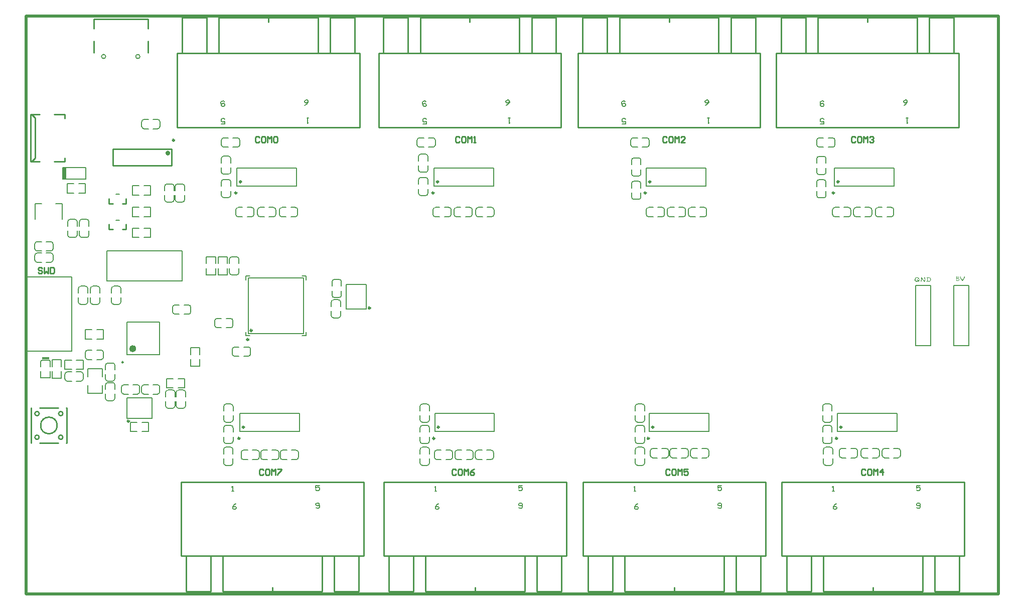
<source format=gto>
G04*
G04 #@! TF.GenerationSoftware,Altium Limited,Altium Designer,18.1.9 (240)*
G04*
G04 Layer_Color=65535*
%FSLAX24Y24*%
%MOIN*%
G70*
G01*
G75*
%ADD10C,0.0118*%
%ADD11C,0.0079*%
%ADD12C,0.0157*%
%ADD13C,0.0100*%
%ADD14C,0.0098*%
%ADD15C,0.0236*%
%ADD16C,0.0060*%
%ADD17C,0.0080*%
%ADD18C,0.0050*%
%ADD19R,0.0472X0.0118*%
%ADD20R,0.0315X0.0748*%
%ADD21C,0.0200*%
G36*
X61622Y20989D02*
X61627Y20987D01*
X61631Y20985D01*
X61632Y20985D01*
X61632D01*
X61639Y20982D01*
X61643Y20981D01*
X61647Y20981D01*
X61648D01*
X61677Y20979D01*
X61705Y20978D01*
X61719D01*
X61733Y20979D01*
X61745Y20979D01*
X61758Y20980D01*
X61769Y20980D01*
X61780Y20981D01*
X61789Y20982D01*
X61796Y20983D01*
X61803Y20984D01*
X61808Y20984D01*
X61810Y20985D01*
X61816D01*
X61820Y20984D01*
X61822Y20981D01*
X61823Y20979D01*
Y20975D01*
X61823Y20973D01*
X61822Y20971D01*
Y20970D01*
X61818Y20963D01*
X61813Y20957D01*
X61809Y20952D01*
X61804Y20948D01*
X61801Y20945D01*
X61798Y20943D01*
X61795Y20941D01*
X61795Y20941D01*
X61787Y20940D01*
X61779D01*
X61772Y20941D01*
X61766Y20942D01*
X61760Y20943D01*
X61757Y20944D01*
X61754Y20945D01*
X61650D01*
X61648Y20930D01*
X61647Y20916D01*
X61647Y20903D01*
X61646Y20890D01*
Y20885D01*
X61646Y20880D01*
Y20876D01*
Y20872D01*
Y20869D01*
Y20867D01*
Y20866D01*
Y20865D01*
X61649Y20867D01*
X61654Y20869D01*
X61664Y20873D01*
X61669Y20874D01*
X61673Y20875D01*
X61675Y20876D01*
X61676Y20876D01*
X61685Y20879D01*
X61694Y20881D01*
X61703Y20883D01*
X61711Y20884D01*
X61718Y20885D01*
X61724Y20886D01*
X61727Y20886D01*
X61729D01*
X61737Y20885D01*
X61745Y20883D01*
X61754Y20880D01*
X61762Y20876D01*
X61770Y20872D01*
X61776Y20869D01*
X61779Y20868D01*
X61780Y20866D01*
X61781Y20865D01*
X61782D01*
X61788Y20861D01*
X61794Y20857D01*
X61799Y20851D01*
X61803Y20845D01*
X61807Y20839D01*
X61810Y20834D01*
X61815Y20822D01*
X61819Y20811D01*
X61820Y20806D01*
X61821Y20802D01*
X61821Y20799D01*
X61822Y20796D01*
Y20794D01*
Y20794D01*
X61821Y20784D01*
X61818Y20774D01*
X61815Y20764D01*
X61810Y20755D01*
X61806Y20747D01*
X61803Y20740D01*
X61801Y20738D01*
X61800Y20736D01*
X61799Y20735D01*
X61799Y20734D01*
X61794Y20728D01*
X61788Y20723D01*
X61782Y20718D01*
X61775Y20714D01*
X61768Y20711D01*
X61760Y20708D01*
X61745Y20703D01*
X61738Y20702D01*
X61731Y20701D01*
X61725Y20700D01*
X61720Y20699D01*
X61715D01*
X61712Y20698D01*
X61709D01*
X61696Y20699D01*
X61684Y20700D01*
X61673Y20702D01*
X61662Y20704D01*
X61654Y20707D01*
X61650Y20708D01*
X61647Y20709D01*
X61644Y20709D01*
X61643Y20710D01*
X61642Y20711D01*
X61641D01*
X61635Y20713D01*
X61630Y20716D01*
X61625Y20719D01*
X61621Y20723D01*
X61614Y20731D01*
X61609Y20739D01*
X61606Y20747D01*
X61603Y20753D01*
X61602Y20755D01*
Y20757D01*
X61602Y20758D01*
Y20758D01*
X61601Y20764D01*
X61602Y20768D01*
X61603Y20773D01*
X61604Y20776D01*
X61605Y20779D01*
X61607Y20781D01*
X61607Y20782D01*
X61608Y20783D01*
X61611Y20785D01*
X61614Y20787D01*
X61617D01*
X61620Y20785D01*
X61622Y20784D01*
X61623Y20783D01*
X61624Y20782D01*
X61625Y20782D01*
X61628Y20776D01*
X61631Y20770D01*
X61635Y20764D01*
X61639Y20759D01*
X61643Y20756D01*
X61646Y20752D01*
X61648Y20749D01*
X61649Y20749D01*
X61656Y20743D01*
X61663Y20738D01*
X61671Y20735D01*
X61678Y20732D01*
X61684Y20731D01*
X61689Y20729D01*
X61693Y20729D01*
X61694D01*
X61705Y20729D01*
X61717Y20731D01*
X61727Y20733D01*
X61735Y20736D01*
X61743Y20739D01*
X61749Y20741D01*
X61751Y20742D01*
X61753Y20743D01*
X61753Y20743D01*
X61754D01*
X61759Y20746D01*
X61763Y20749D01*
X61770Y20756D01*
X61776Y20763D01*
X61780Y20770D01*
X61782Y20776D01*
X61784Y20781D01*
X61784Y20784D01*
Y20785D01*
Y20785D01*
X61783Y20795D01*
X61780Y20804D01*
X61777Y20812D01*
X61774Y20819D01*
X61770Y20824D01*
X61767Y20828D01*
X61765Y20830D01*
X61764Y20832D01*
X61757Y20838D01*
X61750Y20843D01*
X61742Y20847D01*
X61735Y20850D01*
X61729Y20853D01*
X61724Y20854D01*
X61720Y20855D01*
X61719D01*
X61712Y20854D01*
X61705Y20853D01*
X61693Y20849D01*
X61681Y20845D01*
X61670Y20839D01*
X61662Y20834D01*
X61658Y20832D01*
X61656Y20830D01*
X61653Y20828D01*
X61652Y20827D01*
X61651Y20826D01*
X61650Y20825D01*
X61644Y20822D01*
X61639Y20819D01*
X61634Y20817D01*
X61631Y20816D01*
X61627Y20815D01*
X61624D01*
X61623Y20816D01*
X61622D01*
X61618Y20818D01*
X61615Y20821D01*
X61612Y20824D01*
X61611Y20828D01*
X61609Y20832D01*
X61608Y20835D01*
X61608Y20838D01*
Y20838D01*
Y20841D01*
X61607Y20844D01*
Y20848D01*
Y20853D01*
X61608Y20863D01*
X61608Y20873D01*
X61609Y20883D01*
Y20887D01*
X61609Y20891D01*
Y20894D01*
X61610Y20896D01*
Y20898D01*
Y20899D01*
X61612Y20913D01*
X61613Y20926D01*
Y20940D01*
Y20952D01*
X61612Y20958D01*
X61612Y20963D01*
X61611Y20968D01*
Y20971D01*
X61611Y20974D01*
Y20977D01*
X61610Y20978D01*
Y20979D01*
X61609Y20983D01*
Y20986D01*
X61611Y20988D01*
X61613Y20990D01*
X61614Y20991D01*
X61617Y20991D01*
X61618D01*
X61622Y20989D01*
D02*
G37*
G36*
X61906Y20992D02*
X61909Y20991D01*
X61911Y20989D01*
X61912Y20986D01*
X61912Y20983D01*
Y20981D01*
X61912Y20979D01*
Y20979D01*
Y20975D01*
X61912Y20970D01*
X61914Y20964D01*
X61915Y20959D01*
X61917Y20953D01*
X61919Y20949D01*
X61920Y20946D01*
X61920Y20945D01*
Y20945D01*
X61925Y20935D01*
X61929Y20925D01*
X61934Y20915D01*
X61939Y20905D01*
X61942Y20897D01*
X61944Y20894D01*
X61946Y20891D01*
X61947Y20888D01*
X61948Y20886D01*
X61949Y20885D01*
Y20885D01*
X61955Y20872D01*
X61962Y20860D01*
X61969Y20848D01*
X61975Y20838D01*
X61980Y20829D01*
X61981Y20825D01*
X61983Y20822D01*
X61985Y20819D01*
X61986Y20818D01*
X61987Y20817D01*
Y20816D01*
X61995Y20804D01*
X62002Y20792D01*
X62010Y20782D01*
X62016Y20773D01*
X62021Y20766D01*
X62026Y20761D01*
X62028Y20757D01*
X62029Y20757D01*
Y20756D01*
X62032Y20760D01*
X62035Y20764D01*
X62038Y20769D01*
X62041Y20775D01*
X62048Y20787D01*
X62055Y20799D01*
X62062Y20811D01*
X62065Y20816D01*
X62067Y20821D01*
X62069Y20824D01*
X62071Y20828D01*
X62071Y20829D01*
X62072Y20830D01*
X62077Y20841D01*
X62083Y20852D01*
X62093Y20875D01*
X62103Y20899D01*
X62108Y20910D01*
X62112Y20920D01*
X62116Y20930D01*
X62119Y20939D01*
X62122Y20948D01*
X62125Y20954D01*
X62127Y20960D01*
X62128Y20965D01*
X62129Y20967D01*
X62129Y20968D01*
X62131Y20971D01*
X62132Y20975D01*
X62134Y20977D01*
X62136Y20979D01*
X62139Y20980D01*
X62139Y20981D01*
X62140D01*
X62146Y20983D01*
X62153Y20984D01*
X62161Y20985D01*
X62169Y20986D01*
X62177D01*
X62183Y20987D01*
X62188D01*
X62191Y20986D01*
X62193Y20984D01*
X62193Y20981D01*
X62194Y20978D01*
X62193Y20975D01*
Y20973D01*
X62193Y20971D01*
Y20970D01*
X62192Y20968D01*
X62190Y20963D01*
X62188Y20958D01*
X62185Y20953D01*
X62182Y20946D01*
X62179Y20939D01*
X62173Y20925D01*
X62166Y20913D01*
X62163Y20906D01*
X62161Y20901D01*
X62159Y20896D01*
X62157Y20893D01*
X62156Y20891D01*
X62156Y20890D01*
X62149Y20878D01*
X62142Y20864D01*
X62134Y20850D01*
X62126Y20835D01*
X62109Y20807D01*
X62101Y20793D01*
X62093Y20779D01*
X62085Y20767D01*
X62078Y20756D01*
X62071Y20745D01*
X62065Y20736D01*
X62061Y20729D01*
X62057Y20723D01*
X62056Y20722D01*
X62055Y20720D01*
X62054Y20719D01*
Y20719D01*
X62051Y20713D01*
X62047Y20708D01*
X62045Y20705D01*
X62041Y20702D01*
X62039Y20701D01*
X62037Y20699D01*
X62036Y20698D01*
X62035D01*
X62028Y20697D01*
X62021Y20697D01*
X62018Y20696D01*
X62015D01*
X62011Y20697D01*
X62008Y20697D01*
X62006Y20698D01*
X62004Y20700D01*
X62002Y20703D01*
X62002Y20703D01*
Y20704D01*
X62000Y20709D01*
X61997Y20714D01*
X61994Y20719D01*
X61992Y20725D01*
X61990Y20729D01*
X61988Y20733D01*
X61987Y20735D01*
X61986Y20736D01*
X61983Y20743D01*
X61980Y20751D01*
X61976Y20757D01*
X61974Y20762D01*
X61972Y20767D01*
X61970Y20770D01*
X61969Y20773D01*
X61969Y20773D01*
X61958Y20788D01*
X61947Y20804D01*
X61928Y20835D01*
X61910Y20866D01*
X61901Y20881D01*
X61894Y20895D01*
X61887Y20908D01*
X61880Y20920D01*
X61875Y20931D01*
X61870Y20940D01*
X61866Y20948D01*
X61864Y20953D01*
X61863Y20955D01*
X61862Y20956D01*
X61861Y20957D01*
Y20958D01*
X61860Y20961D01*
X61859Y20965D01*
Y20969D01*
X61860Y20972D01*
X61861Y20975D01*
X61863Y20977D01*
X61863Y20978D01*
X61864Y20979D01*
X61869Y20980D01*
X61875Y20982D01*
X61881Y20985D01*
X61887Y20987D01*
X61892Y20990D01*
X61897Y20991D01*
X61900Y20992D01*
X61901Y20993D01*
X61906Y20992D01*
D02*
G37*
G36*
X59009Y20945D02*
X59019Y20944D01*
X59028Y20942D01*
X59036Y20941D01*
X59044Y20940D01*
X59050Y20938D01*
X59052Y20937D01*
X59054D01*
X59054Y20937D01*
X59055D01*
X59066Y20933D01*
X59078Y20928D01*
X59088Y20922D01*
X59097Y20916D01*
X59105Y20910D01*
X59111Y20906D01*
X59113Y20904D01*
X59115Y20903D01*
X59115Y20902D01*
X59116Y20901D01*
X59121Y20895D01*
X59126Y20890D01*
X59131Y20885D01*
X59135Y20881D01*
X59139Y20879D01*
X59141Y20877D01*
X59142Y20876D01*
X59143Y20876D01*
X59145Y20873D01*
X59146Y20870D01*
X59147Y20867D01*
Y20864D01*
X59146Y20861D01*
X59146Y20859D01*
X59145Y20858D01*
Y20857D01*
X59142Y20853D01*
X59138Y20850D01*
X59130Y20844D01*
X59126Y20841D01*
X59124Y20839D01*
X59121Y20838D01*
X59121Y20838D01*
X59118Y20836D01*
X59115Y20835D01*
X59110Y20834D01*
X59106Y20835D01*
X59102Y20836D01*
X59099Y20839D01*
X59096Y20840D01*
X59095Y20842D01*
X59095Y20843D01*
X59092Y20847D01*
X59088Y20853D01*
X59083Y20859D01*
X59078Y20865D01*
X59074Y20870D01*
X59070Y20875D01*
X59068Y20878D01*
X59066Y20879D01*
Y20879D01*
X59058Y20888D01*
X59049Y20895D01*
X59039Y20900D01*
X59030Y20904D01*
X59023Y20907D01*
X59016Y20909D01*
X59014Y20909D01*
X59013Y20910D01*
X59011D01*
X59001Y20909D01*
X58992Y20908D01*
X58983Y20905D01*
X58975Y20903D01*
X58968Y20900D01*
X58960Y20897D01*
X58954Y20894D01*
X58949Y20890D01*
X58944Y20887D01*
X58939Y20884D01*
X58935Y20881D01*
X58933Y20878D01*
X58930Y20876D01*
X58929Y20874D01*
X58928Y20873D01*
X58927Y20873D01*
X58922Y20866D01*
X58918Y20859D01*
X58913Y20851D01*
X58910Y20844D01*
X58905Y20829D01*
X58902Y20814D01*
X58900Y20808D01*
X58899Y20802D01*
X58899Y20796D01*
X58898Y20791D01*
X58898Y20787D01*
Y20784D01*
Y20782D01*
Y20782D01*
X58898Y20770D01*
X58900Y20758D01*
X58903Y20747D01*
X58907Y20738D01*
X58911Y20729D01*
X58913Y20725D01*
X58914Y20722D01*
X58915Y20720D01*
X58917Y20718D01*
X58918Y20717D01*
Y20717D01*
X58922Y20710D01*
X58927Y20705D01*
X58933Y20701D01*
X58939Y20697D01*
X58945Y20694D01*
X58952Y20691D01*
X58964Y20687D01*
X58976Y20683D01*
X58981Y20683D01*
X58985Y20682D01*
X58989Y20682D01*
X58992Y20681D01*
X59002D01*
X59010Y20682D01*
X59019Y20683D01*
X59027Y20686D01*
X59035Y20688D01*
X59041Y20690D01*
X59044Y20691D01*
X59046Y20691D01*
X59047Y20692D01*
X59048D01*
X59054Y20694D01*
X59060Y20698D01*
X59065Y20701D01*
X59069Y20705D01*
X59073Y20709D01*
X59076Y20714D01*
X59081Y20723D01*
X59084Y20730D01*
X59086Y20738D01*
Y20740D01*
X59086Y20742D01*
Y20743D01*
Y20744D01*
X59085Y20745D01*
X59084Y20745D01*
X59079Y20748D01*
X59077Y20748D01*
X59075Y20749D01*
X59074Y20749D01*
X59073D01*
X59068Y20750D01*
X59062Y20750D01*
X59049Y20749D01*
X59044Y20748D01*
X59039Y20747D01*
X59035Y20747D01*
X59035Y20746D01*
X59034D01*
X59026Y20744D01*
X59019Y20743D01*
X59011Y20742D01*
X59004Y20740D01*
X58999D01*
X58994Y20740D01*
X58990D01*
X58988Y20740D01*
X58987Y20743D01*
X58985Y20745D01*
X58985Y20748D01*
X58984Y20752D01*
X58984Y20754D01*
Y20756D01*
Y20757D01*
X58983Y20760D01*
Y20763D01*
X58985Y20770D01*
X58986Y20773D01*
X58987Y20775D01*
X58988Y20776D01*
Y20777D01*
X58991Y20780D01*
X58996Y20783D01*
X59002Y20785D01*
X59007Y20785D01*
X59013Y20786D01*
X59022D01*
X59040Y20785D01*
X59058Y20784D01*
X59075Y20783D01*
X59109D01*
X59114Y20784D01*
X59123D01*
X59131Y20784D01*
X59139Y20785D01*
X59147Y20786D01*
X59155Y20787D01*
X59162Y20788D01*
X59167Y20789D01*
X59170Y20790D01*
X59171Y20790D01*
X59172D01*
X59177Y20791D01*
X59180Y20790D01*
X59182Y20789D01*
X59184Y20788D01*
X59185Y20785D01*
X59185Y20784D01*
Y20782D01*
Y20782D01*
X59186Y20779D01*
X59185Y20775D01*
X59184Y20772D01*
X59182Y20768D01*
X59180Y20765D01*
X59179Y20762D01*
X59177Y20760D01*
X59177Y20759D01*
X59172Y20754D01*
X59166Y20750D01*
X59158Y20747D01*
X59151Y20744D01*
X59144Y20742D01*
X59138Y20741D01*
X59136Y20740D01*
X59134Y20740D01*
X59132D01*
Y20728D01*
X59133Y20723D01*
Y20718D01*
Y20714D01*
X59134Y20710D01*
Y20708D01*
Y20707D01*
X59134Y20701D01*
X59135Y20695D01*
X59135Y20690D01*
X59136Y20686D01*
X59136Y20682D01*
Y20679D01*
X59137Y20678D01*
Y20677D01*
X59138Y20673D01*
Y20670D01*
X59137Y20664D01*
X59136Y20659D01*
X59133Y20655D01*
X59130Y20652D01*
X59127Y20650D01*
X59125Y20649D01*
X59124Y20648D01*
X59118Y20649D01*
X59111Y20651D01*
X59108Y20651D01*
X59106Y20652D01*
X59105Y20652D01*
X59104D01*
X59100Y20654D01*
X59098Y20657D01*
X59096Y20661D01*
X59095Y20664D01*
X59094Y20667D01*
X59093Y20670D01*
Y20672D01*
Y20673D01*
Y20688D01*
X59089Y20682D01*
X59083Y20677D01*
X59078Y20673D01*
X59072Y20668D01*
X59067Y20665D01*
X59063Y20663D01*
X59060Y20661D01*
X59059Y20661D01*
X59050Y20657D01*
X59040Y20653D01*
X59030Y20651D01*
X59020Y20649D01*
X59012Y20647D01*
X59008D01*
X59005Y20647D01*
X59003D01*
X59000Y20646D01*
X58990D01*
X58982Y20647D01*
X58964Y20649D01*
X58948Y20652D01*
X58934Y20657D01*
X58927Y20659D01*
X58922Y20661D01*
X58916Y20663D01*
X58912Y20665D01*
X58908Y20667D01*
X58906Y20668D01*
X58904Y20669D01*
X58903D01*
X58894Y20674D01*
X58887Y20681D01*
X58880Y20688D01*
X58874Y20697D01*
X58869Y20705D01*
X58865Y20714D01*
X58862Y20723D01*
X58859Y20733D01*
X58857Y20742D01*
X58855Y20750D01*
X58854Y20758D01*
X58853Y20764D01*
X58852Y20770D01*
X58852Y20774D01*
Y20777D01*
Y20778D01*
Y20788D01*
X58853Y20797D01*
X58854Y20807D01*
X58856Y20817D01*
X58861Y20834D01*
X58863Y20843D01*
X58866Y20850D01*
X58869Y20858D01*
X58872Y20864D01*
X58875Y20870D01*
X58877Y20875D01*
X58879Y20879D01*
X58881Y20882D01*
X58882Y20884D01*
X58882Y20884D01*
X58889Y20894D01*
X58897Y20903D01*
X58906Y20910D01*
X58914Y20917D01*
X58924Y20923D01*
X58934Y20928D01*
X58944Y20932D01*
X58954Y20935D01*
X58963Y20938D01*
X58972Y20940D01*
X58980Y20942D01*
X58987Y20944D01*
X58992Y20944D01*
X58997Y20945D01*
X58999Y20945D01*
X59000D01*
X59009Y20945D01*
D02*
G37*
G36*
X59809Y20941D02*
X59815Y20940D01*
X59821Y20939D01*
X59827Y20936D01*
X59839Y20931D01*
X59851Y20926D01*
X59862Y20920D01*
X59866Y20917D01*
X59870Y20915D01*
X59873Y20913D01*
X59876Y20911D01*
X59877Y20910D01*
X59878Y20910D01*
X59886Y20903D01*
X59894Y20896D01*
X59900Y20888D01*
X59906Y20879D01*
X59911Y20869D01*
X59916Y20860D01*
X59919Y20850D01*
X59922Y20841D01*
X59924Y20833D01*
X59927Y20824D01*
X59928Y20817D01*
X59929Y20810D01*
X59930Y20804D01*
X59931Y20800D01*
X59931Y20798D01*
Y20797D01*
Y20794D01*
X59931Y20790D01*
X59930Y20785D01*
X59929Y20780D01*
X59929Y20775D01*
X59928Y20771D01*
X59928Y20768D01*
Y20768D01*
Y20767D01*
X59926Y20758D01*
X59923Y20748D01*
X59921Y20738D01*
X59917Y20729D01*
X59914Y20722D01*
X59911Y20716D01*
X59910Y20714D01*
X59909Y20712D01*
X59908Y20711D01*
Y20710D01*
X59901Y20699D01*
X59892Y20689D01*
X59883Y20681D01*
X59874Y20674D01*
X59865Y20668D01*
X59862Y20666D01*
X59858Y20664D01*
X59856Y20663D01*
X59853Y20662D01*
X59852Y20661D01*
X59852D01*
X59844Y20658D01*
X59836Y20656D01*
X59817Y20653D01*
X59798Y20651D01*
X59772D01*
X59764Y20652D01*
X59757Y20652D01*
X59751Y20653D01*
X59746Y20653D01*
X59742D01*
X59740Y20654D01*
X59739D01*
X59724Y20655D01*
X59717Y20656D01*
X59711Y20656D01*
X59699D01*
X59690Y20656D01*
X59681Y20654D01*
X59672Y20653D01*
X59664Y20651D01*
X59656Y20649D01*
X59650Y20648D01*
X59648Y20647D01*
X59646Y20647D01*
X59645Y20646D01*
X59644D01*
X59640Y20646D01*
X59637Y20647D01*
X59635Y20648D01*
X59633Y20649D01*
X59632Y20651D01*
X59631Y20652D01*
Y20653D01*
Y20654D01*
X59631Y20656D01*
X59631Y20659D01*
X59633Y20665D01*
X59633Y20668D01*
X59634Y20671D01*
X59635Y20672D01*
Y20673D01*
X59638Y20678D01*
X59642Y20682D01*
X59647Y20686D01*
X59653Y20689D01*
X59658Y20691D01*
X59663Y20693D01*
X59666Y20694D01*
X59667D01*
X59669Y20732D01*
X59669Y20750D01*
X59670Y20769D01*
Y20786D01*
Y20803D01*
Y20818D01*
Y20833D01*
X59669Y20846D01*
X59669Y20858D01*
X59668Y20869D01*
Y20878D01*
X59668Y20885D01*
Y20890D01*
X59667Y20894D01*
Y20895D01*
X59660Y20894D01*
X59654Y20893D01*
X59650Y20891D01*
X59646Y20891D01*
X59644Y20890D01*
X59642Y20890D01*
X59641D01*
X59638Y20889D01*
X59634Y20889D01*
X59631D01*
X59630Y20889D01*
X59629Y20890D01*
X59628Y20892D01*
X59628Y20894D01*
Y20895D01*
X59626Y20900D01*
Y20905D01*
X59627Y20909D01*
X59628Y20913D01*
X59631Y20920D01*
X59635Y20926D01*
X59640Y20931D01*
X59644Y20934D01*
X59647Y20936D01*
X59648Y20937D01*
X59648D01*
X59657Y20939D01*
X59665Y20940D01*
X59674Y20941D01*
X59681Y20941D01*
X59803D01*
X59809Y20941D01*
D02*
G37*
G36*
X59320Y20940D02*
X59323Y20938D01*
X59326Y20936D01*
X59328Y20933D01*
X59330Y20931D01*
X59331Y20929D01*
X59332Y20927D01*
Y20926D01*
X59333Y20923D01*
X59335Y20919D01*
X59339Y20909D01*
X59345Y20899D01*
X59350Y20889D01*
X59356Y20880D01*
X59358Y20876D01*
X59361Y20873D01*
X59362Y20870D01*
X59364Y20868D01*
X59364Y20866D01*
X59365Y20866D01*
X59368Y20862D01*
X59371Y20858D01*
X59379Y20847D01*
X59388Y20835D01*
X59398Y20823D01*
X59406Y20812D01*
X59410Y20807D01*
X59414Y20803D01*
X59417Y20799D01*
X59419Y20797D01*
X59420Y20795D01*
X59421Y20794D01*
X59436Y20775D01*
X59451Y20759D01*
X59458Y20751D01*
X59464Y20744D01*
X59470Y20738D01*
X59475Y20732D01*
X59480Y20727D01*
X59484Y20722D01*
X59488Y20718D01*
X59491Y20714D01*
X59494Y20712D01*
X59495Y20710D01*
X59497Y20709D01*
X59497Y20708D01*
X59498Y20740D01*
Y20771D01*
Y20786D01*
Y20800D01*
X59497Y20813D01*
Y20825D01*
Y20837D01*
X59497Y20847D01*
Y20856D01*
X59496Y20864D01*
Y20870D01*
X59495Y20874D01*
Y20877D01*
Y20878D01*
X59493Y20897D01*
X59492Y20906D01*
X59490Y20914D01*
X59490Y20921D01*
X59489Y20926D01*
X59489Y20930D01*
Y20930D01*
Y20931D01*
Y20934D01*
X59489Y20936D01*
X59490Y20937D01*
X59492Y20938D01*
X59495Y20939D01*
X59504D01*
X59512Y20938D01*
X59519Y20937D01*
X59527Y20936D01*
X59534Y20935D01*
X59539Y20934D01*
X59541Y20933D01*
X59543D01*
X59543Y20932D01*
X59544D01*
X59547Y20931D01*
X59549Y20929D01*
X59551Y20926D01*
X59552Y20924D01*
X59552Y20921D01*
Y20920D01*
Y20919D01*
Y20918D01*
X59550Y20915D01*
X59549Y20911D01*
X59545Y20903D01*
X59544Y20900D01*
X59543Y20897D01*
X59542Y20895D01*
Y20895D01*
X59540Y20890D01*
X59539Y20885D01*
X59538Y20881D01*
X59538Y20878D01*
Y20875D01*
X59537Y20874D01*
Y20873D01*
Y20872D01*
X59535Y20849D01*
X59534Y20825D01*
X59533Y20803D01*
X59534Y20792D01*
Y20782D01*
X59534Y20773D01*
X59535Y20764D01*
X59535Y20757D01*
X59536Y20750D01*
X59537Y20745D01*
Y20741D01*
X59537Y20739D01*
Y20738D01*
X59538Y20732D01*
X59540Y20727D01*
X59542Y20721D01*
X59543Y20715D01*
X59545Y20711D01*
X59547Y20708D01*
X59547Y20705D01*
X59548Y20704D01*
X59550Y20699D01*
X59551Y20694D01*
X59552Y20691D01*
X59551Y20687D01*
X59550Y20684D01*
X59549Y20683D01*
X59548Y20682D01*
X59548Y20681D01*
X59545Y20679D01*
X59542Y20676D01*
X59534Y20671D01*
X59531Y20669D01*
X59528Y20667D01*
X59526Y20666D01*
X59525Y20666D01*
X59520Y20662D01*
X59515Y20659D01*
X59510Y20657D01*
X59507Y20655D01*
X59504Y20653D01*
X59501Y20653D01*
X59500Y20652D01*
X59499D01*
X59494Y20651D01*
X59490D01*
X59487Y20652D01*
X59483Y20653D01*
X59481Y20654D01*
X59479Y20655D01*
X59479Y20656D01*
X59478Y20656D01*
X59477Y20657D01*
X59475Y20659D01*
X59474Y20662D01*
X59471Y20665D01*
X59465Y20672D01*
X59459Y20680D01*
X59454Y20688D01*
X59449Y20694D01*
X59447Y20697D01*
X59445Y20699D01*
X59444Y20701D01*
X59444Y20701D01*
X59438Y20709D01*
X59432Y20717D01*
X59418Y20735D01*
X59405Y20753D01*
X59392Y20769D01*
X59386Y20777D01*
X59381Y20784D01*
X59376Y20791D01*
X59372Y20797D01*
X59368Y20801D01*
X59366Y20804D01*
X59364Y20807D01*
X59363Y20807D01*
X59361Y20809D01*
X59359Y20812D01*
X59354Y20818D01*
X59351Y20821D01*
X59349Y20824D01*
X59348Y20826D01*
X59347Y20826D01*
X59340Y20838D01*
X59336Y20843D01*
X59333Y20847D01*
X59331Y20850D01*
X59329Y20853D01*
X59328Y20855D01*
X59327Y20855D01*
X59328Y20839D01*
Y20822D01*
X59327Y20805D01*
X59326Y20790D01*
X59326Y20783D01*
X59325Y20776D01*
X59325Y20770D01*
Y20765D01*
X59324Y20761D01*
X59323Y20758D01*
Y20756D01*
Y20755D01*
X59320Y20735D01*
X59318Y20725D01*
X59316Y20716D01*
X59313Y20708D01*
X59311Y20700D01*
X59308Y20693D01*
X59305Y20686D01*
X59303Y20680D01*
X59300Y20675D01*
X59298Y20671D01*
X59296Y20667D01*
X59294Y20664D01*
X59293Y20662D01*
X59292Y20661D01*
X59292Y20660D01*
X59288Y20657D01*
X59284Y20654D01*
X59280Y20653D01*
X59276Y20652D01*
X59273Y20652D01*
X59265D01*
X59262Y20652D01*
X59256Y20655D01*
X59252Y20659D01*
X59250Y20664D01*
X59247Y20669D01*
X59246Y20673D01*
X59246Y20676D01*
Y20677D01*
Y20677D01*
X59245Y20679D01*
Y20682D01*
X59246Y20688D01*
X59248Y20696D01*
X59252Y20704D01*
X59255Y20712D01*
X59258Y20719D01*
X59259Y20721D01*
X59260Y20723D01*
X59261Y20724D01*
Y20725D01*
X59270Y20743D01*
X59277Y20762D01*
X59283Y20779D01*
X59286Y20788D01*
X59287Y20795D01*
X59289Y20803D01*
X59291Y20809D01*
X59292Y20815D01*
X59293Y20820D01*
X59293Y20824D01*
Y20827D01*
X59294Y20829D01*
Y20830D01*
Y20839D01*
X59293Y20847D01*
X59293Y20855D01*
X59292Y20861D01*
X59292Y20868D01*
X59291Y20872D01*
X59291Y20875D01*
Y20876D01*
X59289Y20884D01*
X59287Y20890D01*
X59285Y20895D01*
X59282Y20899D01*
X59280Y20902D01*
X59277Y20904D01*
X59276Y20905D01*
X59275Y20905D01*
X59272Y20906D01*
X59270Y20908D01*
X59270Y20911D01*
X59270Y20914D01*
X59271Y20917D01*
X59272Y20920D01*
X59272Y20922D01*
X59273Y20923D01*
X59274Y20925D01*
X59276Y20927D01*
X59278Y20929D01*
X59281Y20931D01*
X59288Y20934D01*
X59296Y20936D01*
X59303Y20939D01*
X59309Y20940D01*
X59312Y20941D01*
X59313D01*
X59315Y20941D01*
X59315D01*
X59320Y20940D01*
D02*
G37*
%LPC*%
G36*
X59795Y20905D02*
X59780D01*
X59772Y20905D01*
X59757D01*
X59752Y20904D01*
X59741D01*
X59736Y20904D01*
X59732D01*
X59729Y20903D01*
X59722Y20903D01*
X59719Y20901D01*
X59716Y20901D01*
X59714Y20900D01*
X59714Y20899D01*
X59713Y20897D01*
X59712Y20894D01*
X59711Y20890D01*
X59711Y20885D01*
X59710Y20875D01*
X59709Y20864D01*
X59708Y20853D01*
X59707Y20848D01*
Y20843D01*
X59707Y20840D01*
Y20836D01*
Y20835D01*
Y20834D01*
X59706Y20820D01*
X59705Y20807D01*
Y20795D01*
X59704Y20784D01*
Y20775D01*
X59705Y20772D01*
Y20769D01*
Y20766D01*
Y20764D01*
Y20763D01*
Y20763D01*
X59704Y20757D01*
Y20750D01*
Y20744D01*
Y20737D01*
Y20732D01*
X59705Y20727D01*
Y20724D01*
Y20723D01*
Y20723D01*
X59706Y20714D01*
X59707Y20708D01*
X59709Y20703D01*
X59710Y20699D01*
X59711Y20697D01*
X59712Y20695D01*
X59714Y20694D01*
X59721Y20692D01*
X59730Y20691D01*
X59738Y20689D01*
X59745Y20688D01*
X59752D01*
X59757Y20688D01*
X59771D01*
X59781Y20688D01*
X59790D01*
X59797Y20689D01*
X59803D01*
X59808Y20689D01*
X59812D01*
X59820Y20691D01*
X59828Y20694D01*
X59836Y20698D01*
X59843Y20702D01*
X59849Y20706D01*
X59853Y20710D01*
X59857Y20712D01*
X59858Y20713D01*
X59862Y20718D01*
X59867Y20723D01*
X59873Y20735D01*
X59878Y20748D01*
X59882Y20761D01*
X59885Y20773D01*
X59886Y20778D01*
X59886Y20783D01*
X59887Y20787D01*
X59887Y20790D01*
Y20792D01*
Y20792D01*
X59886Y20803D01*
X59883Y20814D01*
X59880Y20825D01*
X59876Y20836D01*
X59871Y20846D01*
X59870Y20850D01*
X59868Y20854D01*
X59866Y20856D01*
X59865Y20859D01*
X59865Y20860D01*
X59864Y20860D01*
X59860Y20868D01*
X59855Y20874D01*
X59849Y20880D01*
X59843Y20885D01*
X59837Y20889D01*
X59832Y20893D01*
X59826Y20896D01*
X59820Y20898D01*
X59810Y20902D01*
X59805Y20903D01*
X59801Y20904D01*
X59797Y20905D01*
X59795Y20905D01*
D02*
G37*
%LPD*%
D10*
X41306Y27296D02*
G03*
X41306Y27296I-59J0D01*
G01*
X41006Y26549D02*
G03*
X41006Y26549I-59J0D01*
G01*
X14597Y16806D02*
G03*
X14597Y16806I-59J0D01*
G01*
X14825Y17408D02*
G03*
X14825Y17408I-59J0D01*
G01*
X22675Y18902D02*
G03*
X22675Y18902I-59J0D01*
G01*
X9663Y30056D02*
G03*
X9663Y30056I-59J0D01*
G01*
X6664Y11384D02*
G03*
X6664Y11384I-59J0D01*
G01*
X53707Y10240D02*
G03*
X53707Y10240I-59J0D01*
G01*
X54007Y10987D02*
G03*
X54007Y10987I-59J0D01*
G01*
X41204Y10240D02*
G03*
X41204Y10240I-59J0D01*
G01*
X41504Y10987D02*
G03*
X41504Y10987I-59J0D01*
G01*
X26955Y10240D02*
G03*
X26955Y10240I-59J0D01*
G01*
X27255Y10987D02*
G03*
X27255Y10987I-59J0D01*
G01*
X14009Y10240D02*
G03*
X14009Y10240I-59J0D01*
G01*
X14309Y10987D02*
G03*
X14309Y10987I-59J0D01*
G01*
X53510Y26549D02*
G03*
X53510Y26549I-59J0D01*
G01*
X53810Y27296D02*
G03*
X53810Y27296I-59J0D01*
G01*
X13809Y26549D02*
G03*
X13809Y26549I-59J0D01*
G01*
X14109Y27296D02*
G03*
X14109Y27296I-59J0D01*
G01*
X26907Y26549D02*
G03*
X26907Y26549I-59J0D01*
G01*
X27207Y27296D02*
G03*
X27207Y27296I-59J0D01*
G01*
D11*
X12503Y18211D02*
G03*
X12346Y18054I0J-157D01*
G01*
Y17746D02*
G03*
X12503Y17589I157J0D01*
G01*
X13397Y17589D02*
G03*
X13554Y17746I-0J157D01*
G01*
X13554Y18054D02*
G03*
X13397Y18211I-157J0D01*
G01*
X52346Y29746D02*
G03*
X52503Y29589I157J0D01*
G01*
X52503Y30211D02*
G03*
X52346Y30054I0J-157D01*
G01*
X53554Y30054D02*
G03*
X53397Y30211I-157J0D01*
G01*
Y29589D02*
G03*
X53554Y29746I-0J157D01*
G01*
X39996Y29746D02*
G03*
X40153Y29589I157J0D01*
G01*
X40153Y30211D02*
G03*
X39996Y30054I0J-157D01*
G01*
X41204Y30054D02*
G03*
X41047Y30211I-157J0D01*
G01*
Y29589D02*
G03*
X41204Y29746I-0J157D01*
G01*
X26842Y29589D02*
G03*
X27000Y29746I-0J157D01*
G01*
Y30054D02*
G03*
X26842Y30211I-157J0D01*
G01*
X25949Y30211D02*
G03*
X25791Y30054I0J-157D01*
G01*
X25791Y29746D02*
G03*
X25949Y29589I157J0D01*
G01*
X12796Y29746D02*
G03*
X12953Y29589I157J0D01*
G01*
X12953Y30211D02*
G03*
X12796Y30054I0J-157D01*
G01*
X14004Y30054D02*
G03*
X13847Y30211I-157J0D01*
G01*
Y29589D02*
G03*
X14004Y29746I-0J157D01*
G01*
X25987Y8603D02*
G03*
X26145Y8446I157J0D01*
G01*
X26452D02*
G03*
X26609Y8603I0J157D01*
G01*
X26609Y9497D02*
G03*
X26452Y9654I-157J-0D01*
G01*
X26145Y9654D02*
G03*
X25987Y9497I0J-157D01*
G01*
X40446Y9654D02*
G03*
X40289Y9497I0J-157D01*
G01*
X40911Y9497D02*
G03*
X40754Y9654I-157J-0D01*
G01*
X40754Y8446D02*
G03*
X40911Y8603I0J157D01*
G01*
X40289D02*
G03*
X40446Y8446I157J0D01*
G01*
X52789Y8603D02*
G03*
X52946Y8446I157J0D01*
G01*
X53254D02*
G03*
X53411Y8603I0J157D01*
G01*
X53411Y9497D02*
G03*
X53254Y9654I-157J-0D01*
G01*
X52946Y9654D02*
G03*
X52789Y9497I0J-157D01*
G01*
X12939Y8603D02*
G03*
X13096Y8446I157J0D01*
G01*
X13404D02*
G03*
X13561Y8603I0J157D01*
G01*
X13561Y9497D02*
G03*
X13404Y9654I-157J-0D01*
G01*
X13096Y9654D02*
G03*
X12939Y9497I0J-157D01*
G01*
X2396Y14196D02*
G03*
X2553Y14039I157J0D01*
G01*
X2553Y14661D02*
G03*
X2396Y14504I0J-157D01*
G01*
X3604Y14504D02*
G03*
X3447Y14661I-157J0D01*
G01*
Y14039D02*
G03*
X3604Y14196I-0J157D01*
G01*
X9550Y12246D02*
G03*
X9708Y12403I0J157D01*
G01*
X9086Y12403D02*
G03*
X9243Y12246I157J0D01*
G01*
X9243Y13454D02*
G03*
X9086Y13297I0J-157D01*
G01*
X9708D02*
G03*
X9550Y13454I-157J-0D01*
G01*
X9943Y13454D02*
G03*
X9786Y13297I0J-157D01*
G01*
X10408Y13297D02*
G03*
X10250Y13454I-157J-0D01*
G01*
X10250Y12246D02*
G03*
X10408Y12403I0J157D01*
G01*
X9786D02*
G03*
X9943Y12246I157J0D01*
G01*
X3446Y20354D02*
G03*
X3289Y20197I0J-157D01*
G01*
X3911Y20197D02*
G03*
X3754Y20354I-157J-0D01*
G01*
X3754Y19146D02*
G03*
X3911Y19303I0J157D01*
G01*
X3289D02*
G03*
X3446Y19146I157J0D01*
G01*
X20604Y19596D02*
G03*
X20761Y19753I0J157D01*
G01*
X20139Y19753D02*
G03*
X20296Y19596I157J0D01*
G01*
X20296Y20804D02*
G03*
X20139Y20647I0J-157D01*
G01*
X20761D02*
G03*
X20604Y20804I-157J-0D01*
G01*
X20246Y19454D02*
G03*
X20089Y19297I0J-157D01*
G01*
X20711Y19297D02*
G03*
X20554Y19454I-157J-0D01*
G01*
X20554Y18246D02*
G03*
X20711Y18403I0J157D01*
G01*
X20089D02*
G03*
X20246Y18246I157J0D01*
G01*
X14724Y16158D02*
G03*
X14567Y16316I-157J0D01*
G01*
X14567Y15694D02*
G03*
X14724Y15851I-0J157D01*
G01*
X13516Y15851D02*
G03*
X13673Y15694I157J-0D01*
G01*
Y16316D02*
G03*
X13516Y16158I0J-157D01*
G01*
X13482Y22306D02*
G03*
X13324Y22149I0J-157D01*
G01*
X13946Y22149D02*
G03*
X13789Y22306I-157J-0D01*
G01*
X13789Y21098D02*
G03*
X13946Y21255I0J157D01*
G01*
X13324D02*
G03*
X13482Y21098I157J0D01*
G01*
X1604Y22404D02*
G03*
X1447Y22561I-157J0D01*
G01*
X1447Y21939D02*
G03*
X1604Y22096I-0J157D01*
G01*
X396Y22096D02*
G03*
X553Y21939I157J-0D01*
G01*
Y22561D02*
G03*
X396Y22404I0J-157D01*
G01*
X3520Y24796D02*
G03*
X3363Y24639I0J-157D01*
G01*
X3985Y24639D02*
G03*
X3827Y24796I-157J-0D01*
G01*
X3827Y23588D02*
G03*
X3985Y23745I0J157D01*
G01*
X3363D02*
G03*
X3520Y23588I157J0D01*
G01*
X2738Y24796D02*
G03*
X2580Y24639I0J-157D01*
G01*
X3202Y24639D02*
G03*
X3045Y24796I-157J-0D01*
G01*
X3045Y23588D02*
G03*
X3202Y23745I0J157D01*
G01*
X2580D02*
G03*
X2738Y23588I157J0D01*
G01*
X1604Y23154D02*
G03*
X1447Y23311I-157J0D01*
G01*
X1447Y22689D02*
G03*
X1604Y22846I-0J157D01*
G01*
X396Y22846D02*
G03*
X553Y22689I157J0D01*
G01*
Y23311D02*
G03*
X396Y23154I0J-157D01*
G01*
X16698Y8989D02*
G03*
X16856Y8832I157J0D01*
G01*
X16856Y9454D02*
G03*
X16698Y9296I0J-157D01*
G01*
X17907Y9296D02*
G03*
X17750Y9454I-157J0D01*
G01*
Y8832D02*
G03*
X17907Y8989I-0J157D01*
G01*
X15398Y8989D02*
G03*
X15556Y8832I157J0D01*
G01*
X15556Y9454D02*
G03*
X15398Y9296I0J-157D01*
G01*
X16607Y9296D02*
G03*
X16450Y9454I-157J0D01*
G01*
Y8832D02*
G03*
X16607Y8989I-0J157D01*
G01*
X14098Y8989D02*
G03*
X14256Y8832I157J0D01*
G01*
X14256Y9454D02*
G03*
X14098Y9296I0J-157D01*
G01*
X15307Y9296D02*
G03*
X15150Y9454I-157J0D01*
G01*
Y8832D02*
G03*
X15307Y8989I-0J157D01*
G01*
X4246Y20354D02*
G03*
X4089Y20197I0J-157D01*
G01*
X4711Y20197D02*
G03*
X4554Y20354I-157J-0D01*
G01*
X4554Y19146D02*
G03*
X4711Y19303I0J157D01*
G01*
X4089D02*
G03*
X4246Y19146I157J0D01*
G01*
X7486Y13337D02*
G03*
X7643Y13180I157J0D01*
G01*
X7643Y13802D02*
G03*
X7486Y13644I0J-157D01*
G01*
X8695Y13644D02*
G03*
X8537Y13802I-157J0D01*
G01*
Y13180D02*
G03*
X8695Y13337I-0J157D01*
G01*
X53359Y12364D02*
G03*
X53202Y12522I-157J-0D01*
G01*
X52895D02*
G03*
X52737Y12364I0J-157D01*
G01*
X52737Y11471D02*
G03*
X52895Y11313I157J0D01*
G01*
X53202Y11313D02*
G03*
X53359Y11471I0J157D01*
G01*
X52737Y10053D02*
G03*
X52895Y9896I157J0D01*
G01*
X53202D02*
G03*
X53359Y10053I0J157D01*
G01*
X53359Y10947D02*
G03*
X53202Y11104I-157J-0D01*
G01*
X52895Y11104D02*
G03*
X52737Y10947I0J-157D01*
G01*
X40909Y12364D02*
G03*
X40752Y12522I-157J-0D01*
G01*
X40445D02*
G03*
X40287Y12364I0J-157D01*
G01*
X40287Y11471D02*
G03*
X40445Y11313I157J0D01*
G01*
X40752Y11313D02*
G03*
X40909Y11471I0J157D01*
G01*
X40287Y10053D02*
G03*
X40445Y9896I157J0D01*
G01*
X40752D02*
G03*
X40909Y10053I0J157D01*
G01*
X40909Y10947D02*
G03*
X40752Y11104I-157J-0D01*
G01*
X40445Y11104D02*
G03*
X40287Y10947I0J-157D01*
G01*
X25987Y10053D02*
G03*
X26145Y9896I157J0D01*
G01*
X26452D02*
G03*
X26609Y10053I0J157D01*
G01*
X26609Y10947D02*
G03*
X26452Y11104I-157J-0D01*
G01*
X26145Y11104D02*
G03*
X25987Y10947I0J-157D01*
G01*
X26609Y12364D02*
G03*
X26452Y12522I-157J-0D01*
G01*
X26145D02*
G03*
X25987Y12364I0J-157D01*
G01*
X25987Y11471D02*
G03*
X26145Y11313I157J0D01*
G01*
X26452Y11313D02*
G03*
X26609Y11471I0J157D01*
G01*
X12942Y10053D02*
G03*
X13099Y9896I157J0D01*
G01*
X13406D02*
G03*
X13564Y10053I0J157D01*
G01*
X13564Y10947D02*
G03*
X13406Y11104I-157J-0D01*
G01*
X13099Y11104D02*
G03*
X12942Y10947I0J-157D01*
G01*
X3906Y16102D02*
G03*
X3749Y15944I0J-157D01*
G01*
Y15637D02*
G03*
X3906Y15480I157J0D01*
G01*
X4800Y15480D02*
G03*
X4957Y15637I-0J157D01*
G01*
X4957Y15944D02*
G03*
X4800Y16102I-157J0D01*
G01*
X9546Y18646D02*
G03*
X9703Y18489I157J0D01*
G01*
X9703Y19111D02*
G03*
X9546Y18954I0J-157D01*
G01*
X10754Y18954D02*
G03*
X10597Y19111I-157J0D01*
G01*
Y18489D02*
G03*
X10754Y18646I-0J157D01*
G01*
X5646Y20354D02*
G03*
X5489Y20197I0J-157D01*
G01*
X6111Y20197D02*
G03*
X5954Y20354I-157J-0D01*
G01*
X5954Y19146D02*
G03*
X6111Y19303I0J157D01*
G01*
X5489D02*
G03*
X5646Y19146I157J0D01*
G01*
X13406Y11313D02*
G03*
X13564Y11471I0J157D01*
G01*
X12942Y11471D02*
G03*
X13099Y11313I157J0D01*
G01*
X13099Y12522D02*
G03*
X12942Y12364I0J-157D01*
G01*
X13564D02*
G03*
X13406Y12522I-157J-0D01*
G01*
X28306Y8989D02*
G03*
X28464Y8832I157J0D01*
G01*
X28464Y9454D02*
G03*
X28306Y9296I0J-157D01*
G01*
X29515Y9296D02*
G03*
X29357Y9454I-157J0D01*
G01*
Y8832D02*
G03*
X29515Y8989I-0J157D01*
G01*
X29663Y8989D02*
G03*
X29821Y8832I157J0D01*
G01*
X29821Y9454D02*
G03*
X29663Y9296I0J-157D01*
G01*
X30872Y9296D02*
G03*
X30714Y9454I-157J0D01*
G01*
Y8832D02*
G03*
X30872Y8989I-0J157D01*
G01*
X26944Y8989D02*
G03*
X27101Y8832I157J0D01*
G01*
X27101Y9454D02*
G03*
X26944Y9296I0J-157D01*
G01*
X28152Y9296D02*
G03*
X27995Y9454I-157J0D01*
G01*
Y8832D02*
G03*
X28152Y8989I-0J157D01*
G01*
X42594Y9107D02*
G03*
X42751Y8949I157J0D01*
G01*
X42751Y9571D02*
G03*
X42594Y9414I0J-157D01*
G01*
X43802Y9414D02*
G03*
X43645Y9571I-157J0D01*
G01*
Y8949D02*
G03*
X43802Y9107I-0J157D01*
G01*
X41291Y9107D02*
G03*
X41448Y8949I157J0D01*
G01*
X41448Y9571D02*
G03*
X41291Y9414I0J-157D01*
G01*
X42499Y9414D02*
G03*
X42342Y9571I-157J0D01*
G01*
Y8949D02*
G03*
X42499Y9107I-0J157D01*
G01*
X43962Y9107D02*
G03*
X44120Y8949I157J0D01*
G01*
X44120Y9571D02*
G03*
X43962Y9414I0J-157D01*
G01*
X45171Y9414D02*
G03*
X45013Y9571I-157J0D01*
G01*
Y8949D02*
G03*
X45171Y9107I-0J157D01*
G01*
X55294Y9107D02*
G03*
X55451Y8949I157J0D01*
G01*
X55451Y9571D02*
G03*
X55294Y9414I0J-157D01*
G01*
X56502Y9414D02*
G03*
X56345Y9571I-157J0D01*
G01*
Y8949D02*
G03*
X56502Y9107I-0J157D01*
G01*
X53844Y9107D02*
G03*
X54001Y8949I157J0D01*
G01*
X54001Y9571D02*
G03*
X53844Y9414I0J-157D01*
G01*
X55052Y9414D02*
G03*
X54895Y9571I-157J0D01*
G01*
Y8949D02*
G03*
X55052Y9107I-0J157D01*
G01*
X56694Y9107D02*
G03*
X56851Y8949I157J0D01*
G01*
X56851Y9571D02*
G03*
X56694Y9414I0J-157D01*
G01*
X57902Y9414D02*
G03*
X57745Y9571I-157J0D01*
G01*
Y8949D02*
G03*
X57902Y9107I-0J157D01*
G01*
X56246Y25120D02*
G03*
X56403Y24963I157J0D01*
G01*
X56403Y25585D02*
G03*
X56246Y25427I0J-157D01*
G01*
X57454Y25427D02*
G03*
X57297Y25585I-157J0D01*
G01*
Y24963D02*
G03*
X57454Y25120I-0J157D01*
G01*
X54796Y25120D02*
G03*
X54953Y24963I157J0D01*
G01*
X54953Y25585D02*
G03*
X54796Y25427I0J-157D01*
G01*
X56004Y25427D02*
G03*
X55847Y25585I-157J0D01*
G01*
Y24963D02*
G03*
X56004Y25120I-0J157D01*
G01*
X42417Y25120D02*
G03*
X42575Y24963I157J0D01*
G01*
X42575Y25585D02*
G03*
X42417Y25427I0J-157D01*
G01*
X43626Y25427D02*
G03*
X43469Y25585I-157J0D01*
G01*
Y24963D02*
G03*
X43626Y25120I-0J157D01*
G01*
X26046Y27578D02*
G03*
X25889Y27421I0J-157D01*
G01*
X26511Y27421D02*
G03*
X26354Y27578I-157J-0D01*
G01*
X26354Y26369D02*
G03*
X26511Y26527I0J157D01*
G01*
X25889D02*
G03*
X26046Y26369I157J0D01*
G01*
X26354Y27919D02*
G03*
X26511Y28077I0J157D01*
G01*
X25889Y28077D02*
G03*
X26046Y27919I157J0D01*
G01*
X26046Y29128D02*
G03*
X25889Y28971I0J-157D01*
G01*
X26511D02*
G03*
X26354Y29128I-157J-0D01*
G01*
X13254Y27786D02*
G03*
X13411Y27944I0J157D01*
G01*
X12789Y27944D02*
G03*
X12946Y27786I157J0D01*
G01*
X12946Y28995D02*
G03*
X12789Y28838I0J-157D01*
G01*
X13411D02*
G03*
X13254Y28995I-157J-0D01*
G01*
X8547Y30814D02*
G03*
X8704Y30971I-0J157D01*
G01*
Y31279D02*
G03*
X8547Y31436I-157J0D01*
G01*
X7653Y31436D02*
G03*
X7496Y31279I0J-157D01*
G01*
X7496Y30971D02*
G03*
X7653Y30814I157J0D01*
G01*
X52961Y28821D02*
G03*
X52804Y28978I-157J-0D01*
G01*
X52496D02*
G03*
X52339Y28821I0J-157D01*
G01*
X52339Y27927D02*
G03*
X52496Y27769I157J0D01*
G01*
X52804Y27769D02*
G03*
X52961Y27927I0J157D01*
G01*
X29297Y24963D02*
G03*
X29454Y25120I-0J157D01*
G01*
Y25427D02*
G03*
X29297Y25585I-157J0D01*
G01*
X28403Y25585D02*
G03*
X28246Y25427I0J-157D01*
G01*
X28246Y25120D02*
G03*
X28403Y24963I157J0D01*
G01*
X40039Y26277D02*
G03*
X40196Y26119I157J0D01*
G01*
X40504D02*
G03*
X40661Y26277I0J157D01*
G01*
X40661Y27171D02*
G03*
X40504Y27328I-157J-0D01*
G01*
X40196Y27328D02*
G03*
X40039Y27171I0J-157D01*
G01*
X40661Y28721D02*
G03*
X40504Y28878I-157J-0D01*
G01*
X40196D02*
G03*
X40039Y28721I0J-157D01*
G01*
X40039Y27827D02*
G03*
X40196Y27669I157J0D01*
G01*
X40504Y27669D02*
G03*
X40661Y27827I0J157D01*
G01*
X54447Y24963D02*
G03*
X54604Y25120I-0J157D01*
G01*
Y25427D02*
G03*
X54447Y25585I-157J0D01*
G01*
X53553Y25585D02*
G03*
X53396Y25427I0J-157D01*
G01*
X53396Y25120D02*
G03*
X53553Y24963I157J0D01*
G01*
X52339Y26377D02*
G03*
X52496Y26219I157J0D01*
G01*
X52804D02*
G03*
X52961Y26377I0J157D01*
G01*
X52961Y27271D02*
G03*
X52804Y27428I-157J-0D01*
G01*
X52496Y27428D02*
G03*
X52339Y27271I0J-157D01*
G01*
X44869Y24963D02*
G03*
X45026Y25120I-0J157D01*
G01*
Y25427D02*
G03*
X44869Y25585I-157J0D01*
G01*
X43975Y25585D02*
G03*
X43817Y25427I0J-157D01*
G01*
X43817Y25120D02*
G03*
X43975Y24963I157J0D01*
G01*
X42069Y24963D02*
G03*
X42226Y25120I-0J157D01*
G01*
Y25427D02*
G03*
X42069Y25585I-157J0D01*
G01*
X41175Y25585D02*
G03*
X41017Y25427I0J-157D01*
G01*
X41017Y25120D02*
G03*
X41175Y24963I157J0D01*
G01*
X17697Y24963D02*
G03*
X17854Y25120I-0J157D01*
G01*
Y25427D02*
G03*
X17697Y25585I-157J0D01*
G01*
X16803Y25585D02*
G03*
X16646Y25427I0J-157D01*
G01*
X16646Y25120D02*
G03*
X16803Y24963I157J0D01*
G01*
X27897Y24963D02*
G03*
X28054Y25120I-0J157D01*
G01*
Y25427D02*
G03*
X27897Y25585I-157J0D01*
G01*
X27003Y25585D02*
G03*
X26846Y25427I0J-157D01*
G01*
X26846Y25120D02*
G03*
X27003Y24963I157J0D01*
G01*
X30741Y24963D02*
G03*
X30898Y25120I-0J157D01*
G01*
Y25427D02*
G03*
X30741Y25585I-157J0D01*
G01*
X29847Y25585D02*
G03*
X29690Y25427I0J-157D01*
G01*
X29690Y25120D02*
G03*
X29847Y24963I157J0D01*
G01*
X12789Y26394D02*
G03*
X12946Y26236I157J0D01*
G01*
X13254D02*
G03*
X13411Y26394I0J157D01*
G01*
X13411Y27288D02*
G03*
X13254Y27445I-157J-0D01*
G01*
X12946Y27445D02*
G03*
X12789Y27288I0J-157D01*
G01*
X16247Y24963D02*
G03*
X16404Y25120I-0J157D01*
G01*
Y25427D02*
G03*
X16247Y25585I-157J0D01*
G01*
X15353Y25585D02*
G03*
X15196Y25427I0J-157D01*
G01*
X15196Y25120D02*
G03*
X15353Y24963I157J0D01*
G01*
X14797Y24963D02*
G03*
X14954Y25120I-0J157D01*
G01*
Y25427D02*
G03*
X14797Y25585I-157J0D01*
G01*
X13903Y25585D02*
G03*
X13746Y25427I0J-157D01*
G01*
X13746Y25120D02*
G03*
X13903Y24963I157J0D01*
G01*
X10346Y26991D02*
G03*
X10188Y27148I-157J-0D01*
G01*
X9881D02*
G03*
X9724Y26991I0J-157D01*
G01*
X9724Y26097D02*
G03*
X9881Y25939I157J0D01*
G01*
X10188Y25939D02*
G03*
X10346Y26097I0J157D01*
G01*
X9024Y26097D02*
G03*
X9181Y25939I157J0D01*
G01*
X9488D02*
G03*
X9646Y26097I0J157D01*
G01*
X9646Y26991D02*
G03*
X9488Y27148I-157J-0D01*
G01*
X9181Y27148D02*
G03*
X9024Y26991I0J-157D01*
G01*
X5711Y13794D02*
G03*
X5554Y13951I-157J-0D01*
G01*
X5246D02*
G03*
X5089Y13794I0J-157D01*
G01*
X5089Y12900D02*
G03*
X5246Y12743I157J0D01*
G01*
X5554Y12743D02*
G03*
X5711Y12900I0J157D01*
G01*
X5089Y14200D02*
G03*
X5246Y14043I157J0D01*
G01*
X5554D02*
G03*
X5711Y14200I0J157D01*
G01*
X5711Y15094D02*
G03*
X5554Y15251I-157J-0D01*
G01*
X5246Y15251D02*
G03*
X5089Y15094I0J-157D01*
G01*
X6309Y13802D02*
G03*
X6152Y13644I0J-157D01*
G01*
Y13337D02*
G03*
X6309Y13180I157J-0D01*
G01*
X7203Y13180D02*
G03*
X7361Y13337I-0J157D01*
G01*
X7361Y13644D02*
G03*
X7203Y13802I-157J0D01*
G01*
X61450Y20400D02*
X62450D01*
Y16400D02*
Y20400D01*
X61450Y16400D02*
Y20400D01*
Y16400D02*
X62450D01*
X12503Y17589D02*
X12793D01*
X13107Y17589D02*
X13397D01*
X13107Y18211D02*
X13397D01*
X12346Y17746D02*
Y18054D01*
X13554Y17746D02*
Y18054D01*
X12503Y18211D02*
X12793D01*
X53107Y29589D02*
X53397D01*
X52346Y29746D02*
Y30054D01*
X53554Y29746D02*
Y30054D01*
X52503Y29589D02*
X52793D01*
X52503Y30211D02*
X52793D01*
X53107Y30211D02*
X53397D01*
X40757Y29589D02*
X41047D01*
X39996Y29746D02*
Y30054D01*
X41204Y29746D02*
Y30054D01*
X40153Y29589D02*
X40443D01*
X40153Y30211D02*
X40443D01*
X40757Y30211D02*
X41047D01*
X26553D02*
X26842D01*
X25949Y30211D02*
X26238D01*
X25949Y29589D02*
X26238D01*
X27000Y29746D02*
Y30054D01*
X25791Y29746D02*
Y30054D01*
X26553Y29589D02*
X26842D01*
X13557D02*
X13847D01*
X12796Y29746D02*
Y30054D01*
X14004Y29746D02*
Y30054D01*
X12953Y29589D02*
X13243D01*
X12953Y30211D02*
X13243D01*
X13557Y30211D02*
X13847D01*
X26609Y8603D02*
Y8893D01*
X26609Y9207D02*
Y9497D01*
X25987Y9207D02*
Y9497D01*
X26145Y8446D02*
X26452D01*
X26145Y9654D02*
X26452D01*
X25987Y8603D02*
Y8893D01*
X40289Y8603D02*
Y8893D01*
X40446Y9654D02*
X40754D01*
X40446Y8446D02*
X40754D01*
X40289Y9207D02*
Y9497D01*
X40911Y9207D02*
Y9497D01*
X40911Y8603D02*
Y8893D01*
X53411Y8603D02*
Y8893D01*
X53411Y9207D02*
Y9497D01*
X52789Y9207D02*
Y9497D01*
X52946Y8446D02*
X53254D01*
X52946Y9654D02*
X53254D01*
X52789Y8603D02*
Y8893D01*
X13561Y8603D02*
Y8893D01*
X13561Y9207D02*
Y9497D01*
X12939Y9207D02*
Y9497D01*
X13096Y8446D02*
X13404D01*
X13096Y9654D02*
X13404D01*
X12939Y8603D02*
Y8893D01*
X10739Y15046D02*
Y15493D01*
Y15807D02*
Y16254D01*
X11361Y15046D02*
Y15493D01*
X10739Y16254D02*
X11361D01*
X10739Y15046D02*
X11361D01*
Y15807D02*
Y16254D01*
X2396Y15450D02*
X2843D01*
X3157D02*
X3604D01*
X2396Y14828D02*
X2843D01*
X3604D02*
Y15450D01*
X2396Y14828D02*
Y15450D01*
X3157Y14828D02*
X3604D01*
X3157Y14039D02*
X3447D01*
X2396Y14196D02*
Y14504D01*
X3604Y14196D02*
Y14504D01*
X2553Y14039D02*
X2843D01*
X2553Y14661D02*
X2843D01*
X3157Y14661D02*
X3447D01*
X9708Y13007D02*
Y13297D01*
X9243Y12246D02*
X9550D01*
X9243Y13454D02*
X9550D01*
X9708Y12403D02*
Y12693D01*
X9086Y12403D02*
Y12693D01*
X9086Y13007D02*
Y13297D01*
X9786Y12403D02*
Y12693D01*
X9943Y13454D02*
X10250D01*
X9943Y12246D02*
X10250D01*
X9786Y13007D02*
Y13297D01*
X10408Y13007D02*
Y13297D01*
X10408Y12403D02*
Y12693D01*
X9146Y14211D02*
X9593D01*
X10354Y13589D02*
Y14211D01*
X9146Y13589D02*
Y14211D01*
X9907D02*
X10354D01*
X9146Y13589D02*
X9593D01*
X9907D02*
X10354D01*
X-206Y16039D02*
X2845D01*
X-206D02*
Y20961D01*
X2845D01*
Y16039D02*
Y20961D01*
X12411Y21859D02*
Y22306D01*
X11789Y21098D02*
X12411D01*
X11789Y22306D02*
X12411D01*
Y21098D02*
Y21544D01*
X11789Y21859D02*
Y22306D01*
Y21098D02*
Y21544D01*
X3289Y19303D02*
Y19593D01*
X3446Y20354D02*
X3754D01*
X3446Y19146D02*
X3754D01*
X3289Y19907D02*
Y20197D01*
X3911Y19907D02*
Y20197D01*
X3911Y19303D02*
Y19593D01*
X20761Y20357D02*
Y20647D01*
X20296Y19596D02*
X20604D01*
X20296Y20804D02*
X20604D01*
X20761Y19753D02*
Y20043D01*
X20139Y19753D02*
Y20043D01*
X20139Y20357D02*
Y20647D01*
X20089Y18403D02*
Y18693D01*
X20246Y19454D02*
X20554D01*
X20246Y18246D02*
X20554D01*
X20089Y19007D02*
Y19297D01*
X20711Y19007D02*
Y19297D01*
X20711Y18403D02*
Y18693D01*
X13673Y16316D02*
X13962D01*
X14724Y15851D02*
Y16158D01*
X13516Y15851D02*
Y16158D01*
X14277Y16316D02*
X14567D01*
X14277Y15694D02*
X14567D01*
X13673Y15694D02*
X13962D01*
X13324Y21255D02*
Y21544D01*
X13482Y22306D02*
X13789D01*
X13482Y21098D02*
X13789D01*
X13324Y21859D02*
Y22149D01*
X13946Y21859D02*
Y22149D01*
X13946Y21255D02*
Y21544D01*
X13196Y21859D02*
Y22306D01*
X12574Y21097D02*
X13196D01*
X12574Y22306D02*
X13196D01*
Y21097D02*
Y21544D01*
X12574Y21859D02*
Y22306D01*
Y21097D02*
Y21544D01*
X553Y22561D02*
X843D01*
X1604Y22096D02*
Y22404D01*
X396Y22096D02*
Y22404D01*
X1157Y22561D02*
X1447D01*
X1157Y21939D02*
X1447D01*
X553Y21939D02*
X843D01*
X3363Y23745D02*
Y24035D01*
X3520Y24796D02*
X3827D01*
X3520Y23588D02*
X3827D01*
X3363Y24350D02*
Y24639D01*
X3985Y24350D02*
Y24639D01*
X3985Y23745D02*
Y24035D01*
X2580Y23745D02*
Y24035D01*
X2738Y24796D02*
X3045D01*
X2738Y23588D02*
X3045D01*
X2580Y24350D02*
Y24639D01*
X3202Y24350D02*
Y24639D01*
X3202Y23745D02*
Y24035D01*
X553Y23311D02*
X843D01*
X1604Y22846D02*
Y23154D01*
X396Y22846D02*
Y23154D01*
X1157Y23311D02*
X1447D01*
X1157Y22689D02*
X1447D01*
X553Y22689D02*
X843D01*
X2161Y15007D02*
Y15454D01*
X1539Y14246D02*
X2161D01*
X1539Y15454D02*
X2161D01*
Y14246D02*
Y14693D01*
X1539Y15007D02*
Y15454D01*
Y14246D02*
Y14693D01*
X789Y15372D02*
X865Y15451D01*
X1335D02*
X1411Y15372D01*
Y15018D02*
Y15372D01*
X789Y14256D02*
X1411D01*
X865Y15451D02*
X1335D01*
X1411Y14256D02*
Y14703D01*
X789Y15018D02*
Y15372D01*
Y14256D02*
Y14703D01*
X17460Y8832D02*
X17750D01*
X16698Y8989D02*
Y9296D01*
X17907Y8989D02*
Y9296D01*
X16856Y8832D02*
X17145D01*
X16856Y9454D02*
X17145D01*
X17460Y9454D02*
X17750D01*
X16160Y8832D02*
X16450D01*
X15398Y8989D02*
Y9296D01*
X16607Y8989D02*
Y9296D01*
X15556Y8832D02*
X15845D01*
X15556Y9454D02*
X15845D01*
X16160Y9454D02*
X16450D01*
X14860Y8832D02*
X15150D01*
X14098Y8989D02*
Y9296D01*
X15307Y8989D02*
Y9296D01*
X14256Y8832D02*
X14545D01*
X14256Y9454D02*
X14545D01*
X14860Y9454D02*
X15150D01*
X58900Y16400D02*
X59900D01*
X58900D02*
Y20400D01*
X59900Y16400D02*
Y20400D01*
X58900D02*
X59900D01*
X4089Y19303D02*
Y19593D01*
X4246Y20354D02*
X4554D01*
X4246Y19146D02*
X4554D01*
X4089Y19907D02*
Y20197D01*
X4711Y19907D02*
Y20197D01*
X4711Y19303D02*
Y19593D01*
X8248Y13180D02*
X8537D01*
X7486Y13337D02*
Y13644D01*
X8695Y13337D02*
Y13644D01*
X7643Y13180D02*
X7933D01*
X7643Y13802D02*
X7933D01*
X8248Y13802D02*
X8537D01*
X52737Y12075D02*
Y12364D01*
X52737Y11471D02*
Y11760D01*
X53359Y11471D02*
Y11760D01*
X52895Y12522D02*
X53202D01*
X52895Y11313D02*
X53202D01*
X53359Y12075D02*
Y12364D01*
Y10053D02*
Y10343D01*
X53359Y10657D02*
Y10947D01*
X52737Y10657D02*
Y10947D01*
X52895Y9896D02*
X53202D01*
X52895Y11104D02*
X53202D01*
X52737Y10053D02*
Y10343D01*
X40287Y12075D02*
Y12364D01*
X40287Y11471D02*
Y11760D01*
X40909Y11471D02*
Y11760D01*
X40445Y12522D02*
X40752D01*
X40445Y11313D02*
X40752D01*
X40909Y12075D02*
Y12364D01*
Y10053D02*
Y10343D01*
X40909Y10657D02*
Y10947D01*
X40287Y10657D02*
Y10947D01*
X40445Y9896D02*
X40752D01*
X40445Y11104D02*
X40752D01*
X40287Y10053D02*
Y10343D01*
X26609Y10053D02*
Y10343D01*
X26609Y10657D02*
Y10947D01*
X25987Y10657D02*
Y10947D01*
X26145Y9896D02*
X26452D01*
X26145Y11104D02*
X26452D01*
X25987Y10053D02*
Y10343D01*
Y12075D02*
Y12364D01*
X25987Y11471D02*
Y11760D01*
X26609Y11471D02*
Y11760D01*
X26145Y12522D02*
X26452D01*
X26145Y11313D02*
X26452D01*
X26609Y12075D02*
Y12364D01*
X13564Y10053D02*
Y10343D01*
X13564Y10657D02*
Y10947D01*
X12942Y10657D02*
Y10947D01*
X13099Y9896D02*
X13406D01*
X13099Y11104D02*
X13406D01*
X12942Y10053D02*
Y10343D01*
X3906Y15480D02*
X4196D01*
X4511Y15480D02*
X4800D01*
X4511Y16102D02*
X4800D01*
X3749Y15637D02*
Y15944D01*
X4957Y15637D02*
Y15944D01*
X3906Y16102D02*
X4196D01*
X10307Y18489D02*
X10597D01*
X9546Y18646D02*
Y18954D01*
X10754Y18646D02*
Y18954D01*
X9703Y18489D02*
X9993D01*
X9703Y19111D02*
X9993D01*
X10307Y19111D02*
X10597D01*
X3928Y14320D02*
Y14854D01*
X4873Y14320D02*
Y14854D01*
Y13240D02*
Y13773D01*
X3928Y13240D02*
X4873D01*
X3928Y14854D02*
X4873D01*
X3928Y13240D02*
Y13773D01*
X5489Y19303D02*
Y19593D01*
X5646Y20354D02*
X5954D01*
X5646Y19146D02*
X5954D01*
X5489Y19907D02*
Y20197D01*
X6111Y19907D02*
Y20197D01*
X6111Y19303D02*
Y19593D01*
X2235Y28224D02*
X3771D01*
X2235Y27476D02*
X3771D01*
Y28224D01*
X13564Y12075D02*
Y12364D01*
X13099Y11313D02*
X13406D01*
X13099Y12522D02*
X13406D01*
X13564Y11471D02*
Y11760D01*
X12942Y11471D02*
Y11760D01*
X12942Y12075D02*
Y12364D01*
X29068Y8832D02*
X29357D01*
X28306Y8989D02*
Y9296D01*
X29515Y8989D02*
Y9296D01*
X28464Y8832D02*
X28753D01*
X28464Y9454D02*
X28753D01*
X29068Y9454D02*
X29357D01*
X30425Y8832D02*
X30714D01*
X29663Y8989D02*
Y9296D01*
X30872Y8989D02*
Y9296D01*
X29821Y8832D02*
X30110D01*
X29821Y9454D02*
X30110D01*
X30425Y9454D02*
X30714D01*
X27706Y8832D02*
X27995D01*
X26944Y8989D02*
Y9296D01*
X28152Y8989D02*
Y9296D01*
X27101Y8832D02*
X27391D01*
X27101Y9454D02*
X27391D01*
X27706Y9454D02*
X27995D01*
X43356Y8949D02*
X43645D01*
X42594Y9107D02*
Y9414D01*
X43802Y9107D02*
Y9414D01*
X42751Y8949D02*
X43041D01*
X42751Y9571D02*
X43041D01*
X43356Y9571D02*
X43645D01*
X42052Y8949D02*
X42342D01*
X41291Y9107D02*
Y9414D01*
X42499Y9107D02*
Y9414D01*
X41448Y8949D02*
X41737D01*
X41448Y9571D02*
X41737D01*
X42052Y9571D02*
X42342D01*
X44724Y8949D02*
X45013D01*
X43962Y9107D02*
Y9414D01*
X45171Y9107D02*
Y9414D01*
X44120Y8949D02*
X44409D01*
X44120Y9571D02*
X44409D01*
X44724Y9571D02*
X45013D01*
X56056Y8949D02*
X56345D01*
X55294Y9107D02*
Y9414D01*
X56502Y9107D02*
Y9414D01*
X55451Y8949D02*
X55741D01*
X55451Y9571D02*
X55741D01*
X56056Y9571D02*
X56345D01*
X54606Y8949D02*
X54895D01*
X53844Y9107D02*
Y9414D01*
X55052Y9107D02*
Y9414D01*
X54001Y8949D02*
X54291D01*
X54001Y9571D02*
X54291D01*
X54606Y9571D02*
X54895D01*
X57456Y8949D02*
X57745D01*
X56694Y9107D02*
Y9414D01*
X57902Y9107D02*
Y9414D01*
X56851Y8949D02*
X57141D01*
X56851Y9571D02*
X57141D01*
X57456Y9571D02*
X57745D01*
X57007Y24963D02*
X57297D01*
X56246Y25120D02*
Y25427D01*
X57454Y25120D02*
Y25427D01*
X56403Y24963D02*
X56693D01*
X56403Y25585D02*
X56693D01*
X57007Y25585D02*
X57297D01*
X55557Y24963D02*
X55847D01*
X54796Y25120D02*
Y25427D01*
X56004Y25120D02*
Y25427D01*
X54953Y24963D02*
X55243D01*
X54953Y25585D02*
X55243D01*
X55557Y25585D02*
X55847D01*
X43179Y24963D02*
X43469D01*
X42417Y25120D02*
Y25427D01*
X43626Y25120D02*
Y25427D01*
X42575Y24963D02*
X42864D01*
X42575Y25585D02*
X42864D01*
X43179Y25585D02*
X43469D01*
X25889Y26527D02*
Y26816D01*
X26046Y27578D02*
X26354D01*
X26046Y26369D02*
X26354D01*
X25889Y27131D02*
Y27421D01*
X26511Y27131D02*
Y27421D01*
X26511Y26527D02*
Y26816D01*
Y28681D02*
Y28971D01*
X26046Y27919D02*
X26354D01*
X26046Y29128D02*
X26354D01*
X26511Y28077D02*
Y28366D01*
X25889Y28077D02*
Y28366D01*
X25889Y28681D02*
Y28971D01*
X13411Y28548D02*
Y28838D01*
X12946Y27786D02*
X13254D01*
X12946Y28995D02*
X13254D01*
X13411Y27944D02*
Y28233D01*
X12789Y27944D02*
Y28233D01*
X12789Y28548D02*
Y28838D01*
X4511Y16833D02*
X4957D01*
X3749D02*
Y17455D01*
X4957Y16833D02*
Y17455D01*
X3749Y16833D02*
X4196D01*
X4511Y17455D02*
X4957D01*
X3749D02*
X4196D01*
X2546Y27161D02*
X2993D01*
X3307D02*
X3754D01*
X2546Y26539D02*
X2993D01*
X3754D02*
Y27161D01*
X2546Y26539D02*
Y27161D01*
X3307Y26539D02*
X3754D01*
X8257Y31436D02*
X8547D01*
X7653Y31436D02*
X7943D01*
X7653Y30814D02*
X7943D01*
X8704Y30971D02*
Y31279D01*
X7496Y30971D02*
Y31279D01*
X8257Y30814D02*
X8547D01*
X52339Y28531D02*
Y28821D01*
X52339Y27927D02*
Y28216D01*
X52961Y27927D02*
Y28216D01*
X52496Y28978D02*
X52804D01*
X52496Y27769D02*
X52804D01*
X52961Y28531D02*
Y28821D01*
X29007Y25585D02*
X29297D01*
X28403Y25585D02*
X28693D01*
X28403Y24963D02*
X28693D01*
X29454Y25120D02*
Y25427D01*
X28246Y25120D02*
Y25427D01*
X29007Y24963D02*
X29297D01*
X40661Y26277D02*
Y26566D01*
X40661Y26881D02*
Y27171D01*
X40039Y26881D02*
Y27171D01*
X40196Y26119D02*
X40504D01*
X40196Y27328D02*
X40504D01*
X40039Y26277D02*
Y26566D01*
Y28431D02*
Y28721D01*
X40039Y27827D02*
Y28116D01*
X40661Y27827D02*
Y28116D01*
X40196Y28878D02*
X40504D01*
X40196Y27669D02*
X40504D01*
X40661Y28431D02*
Y28721D01*
X54157Y25585D02*
X54447D01*
X53553Y25585D02*
X53843D01*
X53553Y24963D02*
X53843D01*
X54604Y25120D02*
Y25427D01*
X53396Y25120D02*
Y25427D01*
X54157Y24963D02*
X54447D01*
X52961Y26377D02*
Y26666D01*
X52961Y26981D02*
Y27271D01*
X52339Y26981D02*
Y27271D01*
X52496Y26219D02*
X52804D01*
X52496Y27428D02*
X52804D01*
X52339Y26377D02*
Y26666D01*
X44579Y25585D02*
X44869D01*
X43975Y25585D02*
X44264D01*
X43975Y24963D02*
X44264D01*
X45026Y25120D02*
Y25427D01*
X43817Y25120D02*
Y25427D01*
X44579Y24963D02*
X44869D01*
X41779Y25585D02*
X42069D01*
X41175Y25585D02*
X41464D01*
X41175Y24963D02*
X41464D01*
X42226Y25120D02*
Y25427D01*
X41017Y25120D02*
Y25427D01*
X41779Y24963D02*
X42069D01*
X17407Y25585D02*
X17697D01*
X16803Y25585D02*
X17093D01*
X16803Y24963D02*
X17093D01*
X17854Y25120D02*
Y25427D01*
X16646Y25120D02*
Y25427D01*
X17407Y24963D02*
X17697D01*
X27607Y25585D02*
X27897D01*
X27003Y25585D02*
X27293D01*
X27003Y24963D02*
X27293D01*
X28054Y25120D02*
Y25427D01*
X26846Y25120D02*
Y25427D01*
X27607Y24963D02*
X27897D01*
X30452Y25585D02*
X30741D01*
X29847Y25585D02*
X30137D01*
X29847Y24963D02*
X30137D01*
X30898Y25120D02*
Y25427D01*
X29690Y25120D02*
Y25427D01*
X30452Y24963D02*
X30741D01*
X13411Y26394D02*
Y26683D01*
X13411Y26998D02*
Y27288D01*
X12789Y26998D02*
Y27288D01*
X12946Y26236D02*
X13254D01*
X12946Y27445D02*
X13254D01*
X12789Y26394D02*
Y26683D01*
X15957Y25585D02*
X16247D01*
X15353Y25585D02*
X15643D01*
X15353Y24963D02*
X15643D01*
X16404Y25120D02*
Y25427D01*
X15196Y25120D02*
Y25427D01*
X15957Y24963D02*
X16247D01*
X14507Y25585D02*
X14797D01*
X13903Y25585D02*
X14193D01*
X13903Y24963D02*
X14193D01*
X14954Y25120D02*
Y25427D01*
X13746Y25120D02*
Y25427D01*
X14507Y24963D02*
X14797D01*
X6504Y15808D02*
X8670D01*
X6504Y17973D02*
X8670D01*
X6504Y15808D02*
Y17973D01*
X8670Y15808D02*
Y17973D01*
X9724Y26701D02*
Y26991D01*
X9724Y26097D02*
Y26386D01*
X10346Y26097D02*
Y26386D01*
X9881Y27148D02*
X10188D01*
X9881Y25939D02*
X10188D01*
X10346Y26701D02*
Y26991D01*
X9646Y26097D02*
Y26386D01*
X9646Y26701D02*
Y26991D01*
X9024Y26701D02*
Y26991D01*
X9181Y25939D02*
X9488D01*
X9181Y27148D02*
X9488D01*
X9024Y26097D02*
Y26386D01*
X7641Y24980D02*
X8088D01*
X6880D02*
X7327D01*
X7641Y25602D02*
X8088D01*
X6880Y24980D02*
Y25602D01*
X8088Y24980D02*
Y25602D01*
X6880D02*
X7327D01*
X6880Y24209D02*
X7327D01*
X7641D02*
X8088D01*
X6880Y23587D02*
X7327D01*
X8088D02*
Y24209D01*
X6880Y23587D02*
Y24209D01*
X7641Y23587D02*
X8088D01*
X5769Y26459D02*
X6005D01*
X5769Y24745D02*
X6005D01*
X7641Y26403D02*
X8088D01*
X6880D02*
X7327D01*
X7641Y27025D02*
X8088D01*
X6880Y26403D02*
Y27025D01*
X8088Y26403D02*
Y27025D01*
X6880D02*
X7327D01*
X5089Y13504D02*
Y13794D01*
X5089Y12900D02*
Y13189D01*
X5711Y12900D02*
Y13189D01*
X5246Y13951D02*
X5554D01*
X5246Y12743D02*
X5554D01*
X5711Y13504D02*
Y13794D01*
Y14200D02*
Y14489D01*
X5711Y14804D02*
Y15094D01*
X5089Y14804D02*
Y15094D01*
X5246Y14043D02*
X5554D01*
X5246Y15251D02*
X5554D01*
X5089Y14200D02*
Y14489D01*
X6309Y13180D02*
X6599D01*
X6914Y13180D02*
X7203D01*
X6914Y13802D02*
X7203D01*
X6152Y13337D02*
Y13644D01*
X7361Y13337D02*
Y13644D01*
X6309Y13802D02*
X6599D01*
X7511Y10689D02*
X7957D01*
X6749D02*
X7196D01*
X7511Y11311D02*
X7957D01*
X6749Y10689D02*
Y11311D01*
X7957Y10689D02*
Y11311D01*
X6749D02*
X7196D01*
X5187Y22691D02*
X10187D01*
Y20691D02*
Y22691D01*
X5187Y20691D02*
X10187D01*
X5187D02*
Y22691D01*
D12*
X9309Y29190D02*
G03*
X9309Y29190I-79J0D01*
G01*
D13*
X682Y10313D02*
G03*
X682Y10313I-142J0D01*
G01*
Y11887D02*
G03*
X682Y11887I-142J0D01*
G01*
X2257D02*
G03*
X2257Y11887I-142J0D01*
G01*
Y10313D02*
G03*
X2257Y10313I-142J0D01*
G01*
X1879Y11100D02*
G03*
X1879Y11100I-551J0D01*
G01*
X7900Y35874D02*
Y36621D01*
X4300Y37481D02*
Y38100D01*
X7900D01*
Y37481D02*
Y38100D01*
X4300Y35874D02*
Y36621D01*
X35029Y35831D02*
Y38193D01*
X33400Y35831D02*
Y38193D01*
X35018D01*
X23557Y38193D02*
X25175D01*
X23557Y35831D02*
Y38193D01*
X25187Y35831D02*
Y38193D01*
X32592Y35831D02*
Y38193D01*
X25998D02*
X32592D01*
X25998Y35831D02*
Y38193D01*
X29295Y37910D02*
Y38185D01*
X23230Y35831D02*
X35356D01*
X23230Y30910D02*
Y35831D01*
Y30910D02*
X35356D01*
Y35831D01*
X21643D02*
Y38193D01*
X20013Y35831D02*
Y38193D01*
X21631D01*
X10171Y38193D02*
X11789D01*
X10171Y35831D02*
Y38193D01*
X11800Y35831D02*
Y38193D01*
X19206Y35831D02*
Y38193D01*
X12611D02*
X19206D01*
X12611Y35831D02*
Y38193D01*
X15909Y37910D02*
Y38185D01*
X9844Y35831D02*
X21970D01*
X9844Y30910D02*
Y35831D01*
Y30910D02*
X21970D01*
Y35831D01*
X50335Y57D02*
Y2419D01*
X51965Y57D02*
Y2419D01*
X50347Y57D02*
X51965D01*
X60189Y57D02*
X61807D01*
Y2419D01*
X60178Y57D02*
Y2419D01*
X52772Y57D02*
Y2419D01*
Y57D02*
X59367D01*
Y2419D01*
X56069Y65D02*
Y340D01*
X50008Y2419D02*
X62134D01*
Y7340D01*
X50008D02*
X62134D01*
X50008Y2419D02*
Y7340D01*
X61458Y35831D02*
Y38193D01*
X59828Y35831D02*
Y38193D01*
X61446D01*
X49985Y38193D02*
X51603D01*
X49985Y35831D02*
Y38193D01*
X51615Y35831D02*
Y38193D01*
X59020Y35831D02*
Y38193D01*
X52426D02*
X59020D01*
X52426Y35831D02*
Y38193D01*
X55723Y37910D02*
Y38185D01*
X49658Y35831D02*
X61784D01*
X49658Y30910D02*
Y35831D01*
Y30910D02*
X61784D01*
Y35831D01*
X48266D02*
Y38193D01*
X46636Y35831D02*
Y38193D01*
X48254D01*
X36794Y38193D02*
X38412D01*
X36794Y35831D02*
Y38193D01*
X38424Y35831D02*
Y38193D01*
X45829Y35831D02*
Y38193D01*
X39235D02*
X45829D01*
X39235Y35831D02*
Y38193D01*
X42532Y37910D02*
Y38185D01*
X36467Y35831D02*
X48593D01*
X36467Y30910D02*
Y35831D01*
Y30910D02*
X48593D01*
Y35831D01*
X10434Y57D02*
Y2419D01*
X12064Y57D02*
Y2419D01*
X10446Y57D02*
X12064D01*
X20288Y57D02*
X21906D01*
Y2419D01*
X20276Y57D02*
Y2419D01*
X12871Y57D02*
Y2419D01*
Y57D02*
X19465D01*
Y2419D01*
X16168Y65D02*
Y340D01*
X10107Y2419D02*
X22233D01*
Y7340D01*
X10107D02*
X22233D01*
X10107Y2419D02*
Y7340D01*
X23907Y57D02*
Y2419D01*
X25537Y57D02*
Y2419D01*
X23919Y57D02*
X25537D01*
X33761Y57D02*
X35379D01*
Y2419D01*
X33750Y57D02*
Y2419D01*
X26344Y57D02*
Y2419D01*
Y57D02*
X32939D01*
Y2419D01*
X29641Y65D02*
Y340D01*
X23580Y2419D02*
X35706D01*
Y7340D01*
X23580D02*
X35706D01*
X23580Y2419D02*
Y7340D01*
X37144Y57D02*
Y2419D01*
X38774Y57D02*
Y2419D01*
X37155Y57D02*
X38774D01*
X46998Y57D02*
X48616D01*
Y2419D01*
X46986Y57D02*
Y2419D01*
X39581Y57D02*
Y2419D01*
Y57D02*
X46175D01*
Y2419D01*
X42878Y65D02*
Y340D01*
X36817Y2419D02*
X48943D01*
Y7340D01*
X36817D02*
X48943D01*
X36817Y2419D02*
Y7340D01*
X123Y28625D02*
X715D01*
X1687D02*
X2387D01*
X131Y31775D02*
X715D01*
X1687D02*
X2387D01*
Y31517D02*
Y31775D01*
Y28625D02*
Y28883D01*
X171Y31763D02*
X403Y31531D01*
X131Y31763D02*
X171D01*
Y28633D02*
X403Y28865D01*
X123Y28633D02*
X171D01*
X403Y28865D02*
Y31531D01*
X123Y28625D02*
Y31775D01*
X5578Y29465D02*
X9496D01*
X5578Y28363D02*
X9496D01*
Y29465D01*
X5578Y28363D02*
Y29465D01*
X2509Y9919D02*
Y12281D01*
X147Y9919D02*
Y12281D01*
X2492Y12281D02*
X2509D01*
X721D02*
X1935D01*
X147D02*
X163D01*
X2492Y9919D02*
X2509D01*
X721D02*
X1935D01*
X147D02*
X163D01*
X6202Y25849D02*
X6462D01*
Y26170D01*
X5312Y25849D02*
Y26170D01*
Y25849D02*
X5572D01*
X5312D02*
X5572D01*
X5312D02*
X5572D01*
X6202Y24135D02*
X6462D01*
Y24456D01*
X5312Y24135D02*
Y24456D01*
Y24135D02*
X5572D01*
X5312D02*
X5572D01*
X5312D02*
X5572D01*
X867Y21524D02*
X800Y21590D01*
X667D01*
X600Y21524D01*
Y21457D01*
X667Y21390D01*
X800D01*
X867Y21324D01*
Y21257D01*
X800Y21191D01*
X667D01*
X600Y21257D01*
X1000Y21590D02*
Y21191D01*
X1133Y21324D01*
X1266Y21191D01*
Y21590D01*
X1400D02*
Y21191D01*
X1600D01*
X1666Y21257D01*
Y21524D01*
X1600Y21590D01*
X1400D01*
X15567Y8133D02*
X15500Y8200D01*
X15367D01*
X15300Y8133D01*
Y7867D01*
X15367Y7800D01*
X15500D01*
X15567Y7867D01*
X15900Y8200D02*
X15767D01*
X15700Y8133D01*
Y7867D01*
X15767Y7800D01*
X15900D01*
X15966Y7867D01*
Y8133D01*
X15900Y8200D01*
X16100Y7800D02*
Y8200D01*
X16233Y8067D01*
X16366Y8200D01*
Y7800D01*
X16500Y8200D02*
X16766D01*
Y8133D01*
X16500Y7867D01*
Y7800D01*
X28367Y8133D02*
X28300Y8200D01*
X28167D01*
X28100Y8133D01*
Y7867D01*
X28167Y7800D01*
X28300D01*
X28367Y7867D01*
X28700Y8200D02*
X28567D01*
X28500Y8133D01*
Y7867D01*
X28567Y7800D01*
X28700D01*
X28766Y7867D01*
Y8133D01*
X28700Y8200D01*
X28900Y7800D02*
Y8200D01*
X29033Y8067D01*
X29166Y8200D01*
Y7800D01*
X29566Y8200D02*
X29433Y8133D01*
X29300Y8000D01*
Y7867D01*
X29366Y7800D01*
X29500D01*
X29566Y7867D01*
Y7933D01*
X29500Y8000D01*
X29300D01*
X42567Y8133D02*
X42500Y8200D01*
X42367D01*
X42300Y8133D01*
Y7867D01*
X42367Y7800D01*
X42500D01*
X42567Y7867D01*
X42900Y8200D02*
X42767D01*
X42700Y8133D01*
Y7867D01*
X42767Y7800D01*
X42900D01*
X42966Y7867D01*
Y8133D01*
X42900Y8200D01*
X43100Y7800D02*
Y8200D01*
X43233Y8067D01*
X43366Y8200D01*
Y7800D01*
X43766Y8200D02*
X43500D01*
Y8000D01*
X43633Y8067D01*
X43700D01*
X43766Y8000D01*
Y7867D01*
X43700Y7800D01*
X43566D01*
X43500Y7867D01*
X55567Y8133D02*
X55500Y8200D01*
X55367D01*
X55300Y8133D01*
Y7867D01*
X55367Y7800D01*
X55500D01*
X55567Y7867D01*
X55900Y8200D02*
X55767D01*
X55700Y8133D01*
Y7867D01*
X55767Y7800D01*
X55900D01*
X55966Y7867D01*
Y8133D01*
X55900Y8200D01*
X56100Y7800D02*
Y8200D01*
X56233Y8067D01*
X56366Y8200D01*
Y7800D01*
X56700D02*
Y8200D01*
X56500Y8000D01*
X56766D01*
X54917Y30233D02*
X54850Y30300D01*
X54717D01*
X54650Y30233D01*
Y29967D01*
X54717Y29900D01*
X54850D01*
X54917Y29967D01*
X55250Y30300D02*
X55117D01*
X55050Y30233D01*
Y29967D01*
X55117Y29900D01*
X55250D01*
X55316Y29967D01*
Y30233D01*
X55250Y30300D01*
X55450Y29900D02*
Y30300D01*
X55583Y30167D01*
X55716Y30300D01*
Y29900D01*
X55850Y30233D02*
X55916Y30300D01*
X56050D01*
X56116Y30233D01*
Y30167D01*
X56050Y30100D01*
X55983D01*
X56050D01*
X56116Y30033D01*
Y29967D01*
X56050Y29900D01*
X55916D01*
X55850Y29967D01*
X42367Y30233D02*
X42300Y30300D01*
X42167D01*
X42100Y30233D01*
Y29967D01*
X42167Y29900D01*
X42300D01*
X42367Y29967D01*
X42700Y30300D02*
X42567D01*
X42500Y30233D01*
Y29967D01*
X42567Y29900D01*
X42700D01*
X42766Y29967D01*
Y30233D01*
X42700Y30300D01*
X42900Y29900D02*
Y30300D01*
X43033Y30167D01*
X43166Y30300D01*
Y29900D01*
X43566D02*
X43300D01*
X43566Y30167D01*
Y30233D01*
X43500Y30300D01*
X43366D01*
X43300Y30233D01*
X28613D02*
X28546Y30300D01*
X28413D01*
X28346Y30233D01*
Y29967D01*
X28413Y29900D01*
X28546D01*
X28613Y29967D01*
X28946Y30300D02*
X28813D01*
X28746Y30233D01*
Y29967D01*
X28813Y29900D01*
X28946D01*
X29013Y29967D01*
Y30233D01*
X28946Y30300D01*
X29146Y29900D02*
Y30300D01*
X29279Y30167D01*
X29412Y30300D01*
Y29900D01*
X29546D02*
X29679D01*
X29612D01*
Y30300D01*
X29546Y30233D01*
X15317D02*
X15250Y30300D01*
X15117D01*
X15050Y30233D01*
Y29967D01*
X15117Y29900D01*
X15250D01*
X15317Y29967D01*
X15650Y30300D02*
X15517D01*
X15450Y30233D01*
Y29967D01*
X15517Y29900D01*
X15650D01*
X15716Y29967D01*
Y30233D01*
X15650Y30300D01*
X15850Y29900D02*
Y30300D01*
X15983Y30167D01*
X16116Y30300D01*
Y29900D01*
X16250Y30233D02*
X16316Y30300D01*
X16450D01*
X16516Y30233D01*
Y29967D01*
X16450Y29900D01*
X16316D01*
X16250Y29967D01*
Y30233D01*
D14*
X6278Y15296D02*
G03*
X6278Y15296I-49J0D01*
G01*
D15*
X7016Y16202D02*
G03*
X7016Y16202I-118J0D01*
G01*
D16*
X41018Y27000D02*
Y28198D01*
X44976D01*
Y27000D02*
Y28198D01*
X41018Y27000D02*
X44976D01*
X14409Y20782D02*
Y21049D01*
X14675D01*
X18406Y20782D02*
Y21049D01*
X18140D02*
X18406D01*
X14409Y17052D02*
Y17318D01*
Y17052D02*
X14675D01*
X18406D02*
Y17318D01*
X18140Y17052D02*
X18406D01*
X14569Y17211D02*
Y20889D01*
X18247D01*
Y17211D02*
Y20889D01*
X14569Y17211D02*
X18247D01*
X397Y24796D02*
Y25840D01*
X850D01*
X2229Y24796D02*
Y25840D01*
X1777D02*
X2229D01*
X53719Y10691D02*
X57677D01*
Y11889D01*
X53719D02*
X57677D01*
X53719Y10691D02*
Y11889D01*
X41217Y10691D02*
X45174D01*
Y11889D01*
X41217D02*
X45174D01*
X41217Y10691D02*
Y11889D01*
X26967Y10691D02*
X30925D01*
Y11889D01*
X26967D02*
X30925D01*
X26967Y10691D02*
Y11889D01*
X14021Y10691D02*
X17979D01*
Y11889D01*
X14021D02*
X17979D01*
X14021Y10691D02*
Y11889D01*
X53522Y27000D02*
X57480D01*
Y28198D01*
X53522D02*
X57480D01*
X53522Y27000D02*
Y28198D01*
X13821Y27000D02*
X17779D01*
Y28198D01*
X13821D02*
X17779D01*
X13821Y27000D02*
Y28198D01*
X26919Y27000D02*
X30877D01*
Y28198D01*
X26919D02*
X30877D01*
X26919Y27000D02*
Y28198D01*
D17*
X21081Y18823D02*
Y20477D01*
X22419D01*
X21081Y18823D02*
X22419D01*
Y20477D01*
X6526Y11581D02*
X8180D01*
X6526D02*
Y12919D01*
X8180Y11581D02*
Y12919D01*
X6526D02*
X8180D01*
D18*
X26380Y32608D02*
X26317Y32661D01*
X26201Y32651D01*
X26148Y32588D01*
X26168Y32355D01*
X26231Y32302D01*
X26347Y32313D01*
X26400Y32376D01*
X26395Y32434D01*
X26332Y32487D01*
X26158Y32472D01*
X31713Y32357D02*
X31824Y32426D01*
X31930Y32552D01*
X31920Y32668D01*
X31857Y32721D01*
X31741Y32711D01*
X31688Y32648D01*
X31693Y32590D01*
X31756Y32537D01*
X31930Y32552D01*
X31970Y31527D02*
X31853D01*
X31912D01*
Y31177D01*
X31970Y31235D01*
X26167Y31137D02*
X26400D01*
Y31312D01*
X26283Y31254D01*
X26225D01*
X26167Y31312D01*
Y31429D01*
X26225Y31487D01*
X26342D01*
X26400Y31429D01*
X12993Y32608D02*
X12930Y32661D01*
X12814Y32651D01*
X12761Y32588D01*
X12781Y32355D01*
X12844Y32302D01*
X12961Y32313D01*
X13014Y32376D01*
X13009Y32434D01*
X12945Y32487D01*
X12771Y32472D01*
X18326Y32357D02*
X18437Y32426D01*
X18543Y32552D01*
X18533Y32668D01*
X18470Y32721D01*
X18354Y32711D01*
X18301Y32648D01*
X18306Y32590D01*
X18369Y32537D01*
X18543Y32552D01*
X18584Y31527D02*
X18467D01*
X18525D01*
Y31177D01*
X18584Y31235D01*
X12780Y31137D02*
X13013D01*
Y31312D01*
X12897Y31254D01*
X12839D01*
X12780Y31312D01*
Y31429D01*
X12839Y31487D01*
X12955D01*
X13013Y31429D01*
X58985Y5642D02*
X59048Y5589D01*
X59164Y5599D01*
X59217Y5662D01*
X59197Y5895D01*
X59133Y5948D01*
X59017Y5937D01*
X58964Y5874D01*
X58969Y5816D01*
X59033Y5763D01*
X59207Y5778D01*
X53652Y5893D02*
X53540Y5824D01*
X53434Y5698D01*
X53445Y5582D01*
X53508Y5529D01*
X53624Y5539D01*
X53677Y5602D01*
X53672Y5660D01*
X53609Y5713D01*
X53434Y5698D01*
X53394Y6723D02*
X53511D01*
X53453D01*
Y7073D01*
X53394Y7015D01*
X59198Y7113D02*
X58964D01*
Y6938D01*
X59081Y6996D01*
X59139D01*
X59198Y6938D01*
Y6821D01*
X59139Y6763D01*
X59023D01*
X58964Y6821D01*
X52808Y32608D02*
X52745Y32661D01*
X52629Y32651D01*
X52576Y32588D01*
X52596Y32355D01*
X52659Y32302D01*
X52775Y32313D01*
X52828Y32376D01*
X52823Y32434D01*
X52760Y32487D01*
X52586Y32472D01*
X58141Y32357D02*
X58252Y32426D01*
X58358Y32552D01*
X58348Y32668D01*
X58285Y32721D01*
X58169Y32711D01*
X58116Y32648D01*
X58121Y32590D01*
X58184Y32537D01*
X58358Y32552D01*
X58398Y31527D02*
X58281D01*
X58340D01*
Y31177D01*
X58398Y31235D01*
X52595Y31137D02*
X52828D01*
Y31312D01*
X52711Y31254D01*
X52653D01*
X52595Y31312D01*
Y31429D01*
X52653Y31487D01*
X52770D01*
X52828Y31429D01*
X39617Y32608D02*
X39553Y32661D01*
X39437Y32651D01*
X39384Y32588D01*
X39404Y32355D01*
X39468Y32302D01*
X39584Y32313D01*
X39637Y32376D01*
X39632Y32434D01*
X39569Y32487D01*
X39394Y32472D01*
X44950Y32357D02*
X45061Y32426D01*
X45167Y32552D01*
X45157Y32668D01*
X45093Y32721D01*
X44977Y32711D01*
X44924Y32648D01*
X44929Y32590D01*
X44992Y32537D01*
X45167Y32552D01*
X45207Y31527D02*
X45090D01*
X45148D01*
Y31177D01*
X45207Y31235D01*
X39403Y31137D02*
X39637D01*
Y31312D01*
X39520Y31254D01*
X39462D01*
X39403Y31312D01*
Y31429D01*
X39462Y31487D01*
X39578D01*
X39637Y31429D01*
X19083Y5642D02*
X19147Y5589D01*
X19263Y5599D01*
X19316Y5662D01*
X19296Y5895D01*
X19232Y5948D01*
X19116Y5937D01*
X19063Y5874D01*
X19068Y5816D01*
X19131Y5763D01*
X19306Y5778D01*
X13750Y5893D02*
X13639Y5824D01*
X13533Y5698D01*
X13543Y5582D01*
X13607Y5529D01*
X13723Y5539D01*
X13776Y5602D01*
X13771Y5660D01*
X13708Y5713D01*
X13533Y5698D01*
X13493Y6723D02*
X13610D01*
X13552D01*
Y7073D01*
X13493Y7015D01*
X19297Y7113D02*
X19063D01*
Y6938D01*
X19180Y6996D01*
X19238D01*
X19297Y6938D01*
Y6821D01*
X19238Y6763D01*
X19122D01*
X19063Y6821D01*
X32557Y5642D02*
X32620Y5589D01*
X32736Y5599D01*
X32789Y5662D01*
X32769Y5895D01*
X32705Y5948D01*
X32589Y5937D01*
X32536Y5874D01*
X32541Y5816D01*
X32605Y5763D01*
X32779Y5778D01*
X27224Y5893D02*
X27112Y5824D01*
X27006Y5698D01*
X27017Y5582D01*
X27080Y5529D01*
X27196Y5539D01*
X27249Y5602D01*
X27244Y5660D01*
X27181Y5713D01*
X27006Y5698D01*
X26966Y6723D02*
X27083D01*
X27025D01*
Y7073D01*
X26966Y7015D01*
X32770Y7113D02*
X32536D01*
Y6938D01*
X32653Y6996D01*
X32711D01*
X32770Y6938D01*
Y6821D01*
X32711Y6763D01*
X32595D01*
X32536Y6821D01*
X45793Y5642D02*
X45856Y5589D01*
X45973Y5599D01*
X46026Y5662D01*
X46005Y5895D01*
X45942Y5948D01*
X45826Y5937D01*
X45773Y5874D01*
X45778Y5816D01*
X45841Y5763D01*
X46015Y5778D01*
X40460Y5893D02*
X40349Y5824D01*
X40243Y5698D01*
X40253Y5582D01*
X40316Y5529D01*
X40433Y5539D01*
X40486Y5602D01*
X40481Y5660D01*
X40417Y5713D01*
X40243Y5698D01*
X40203Y6723D02*
X40320D01*
X40261D01*
Y7073D01*
X40203Y7015D01*
X46006Y7113D02*
X45773D01*
Y6938D01*
X45890Y6996D01*
X45948D01*
X46006Y6938D01*
Y6821D01*
X45948Y6763D01*
X45831D01*
X45773Y6821D01*
X7376Y35614D02*
G03*
X7376Y35614I-138J0D01*
G01*
X5100D02*
G03*
X5100Y35614I-138J0D01*
G01*
D19*
X1100Y15579D02*
D03*
D20*
X2354Y27850D02*
D03*
D21*
X-200Y38300D02*
X-200Y-100D01*
X-200Y38300D02*
X64400D01*
X64400Y-100D01*
X-200D02*
X64400D01*
M02*

</source>
